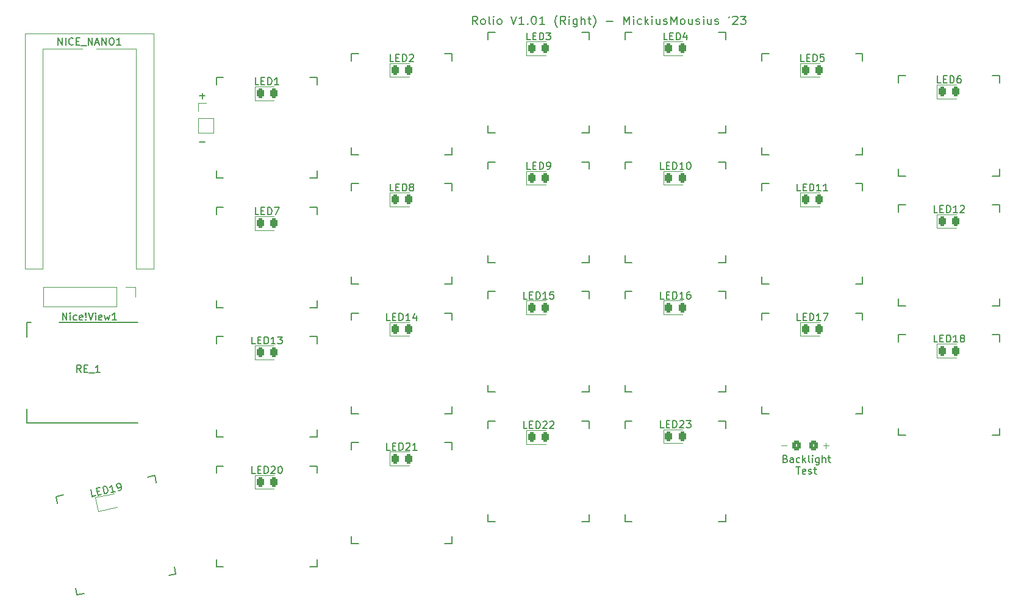
<source format=gto>
%TF.GenerationSoftware,KiCad,Pcbnew,7.0.5-0*%
%TF.CreationDate,2023-09-10T21:20:09+09:30*%
%TF.ProjectId,Rolio,526f6c69-6f2e-46b6-9963-61645f706362,rev?*%
%TF.SameCoordinates,Original*%
%TF.FileFunction,Legend,Top*%
%TF.FilePolarity,Positive*%
%FSLAX46Y46*%
G04 Gerber Fmt 4.6, Leading zero omitted, Abs format (unit mm)*
G04 Created by KiCad (PCBNEW 7.0.5-0) date 2023-09-10 21:20:09*
%MOMM*%
%LPD*%
G01*
G04 APERTURE LIST*
G04 Aperture macros list*
%AMRoundRect*
0 Rectangle with rounded corners*
0 $1 Rounding radius*
0 $2 $3 $4 $5 $6 $7 $8 $9 X,Y pos of 4 corners*
0 Add a 4 corners polygon primitive as box body*
4,1,4,$2,$3,$4,$5,$6,$7,$8,$9,$2,$3,0*
0 Add four circle primitives for the rounded corners*
1,1,$1+$1,$2,$3*
1,1,$1+$1,$4,$5*
1,1,$1+$1,$6,$7*
1,1,$1+$1,$8,$9*
0 Add four rect primitives between the rounded corners*
20,1,$1+$1,$2,$3,$4,$5,0*
20,1,$1+$1,$4,$5,$6,$7,0*
20,1,$1+$1,$6,$7,$8,$9,0*
20,1,$1+$1,$8,$9,$2,$3,0*%
G04 Aperture macros list end*
%ADD10C,0.150000*%
%ADD11C,0.187500*%
%ADD12C,0.100000*%
%ADD13C,0.120000*%
%ADD14C,0.200000*%
%ADD15C,1.701800*%
%ADD16C,3.000000*%
%ADD17C,3.429000*%
%ADD18C,0.990600*%
%ADD19C,4.300000*%
%ADD20RoundRect,0.243750X-0.243750X-0.456250X0.243750X-0.456250X0.243750X0.456250X-0.243750X0.456250X0*%
%ADD21R,1.700000X1.700000*%
%ADD22O,1.700000X1.700000*%
%ADD23C,1.500000*%
%ADD24C,1.600000*%
%ADD25R,1.600000X1.600000*%
%ADD26O,1.600000X1.600000*%
%ADD27R,1.350000X1.350000*%
%ADD28O,1.350000X1.350000*%
%ADD29RoundRect,0.250000X-0.325000X-0.450000X0.325000X-0.450000X0.325000X0.450000X-0.325000X0.450000X0*%
%ADD30RoundRect,0.243750X-0.143564X-0.496958X0.333283X-0.395601X0.143564X0.496958X-0.333283X0.395601X0*%
%ADD31C,0.900000*%
G04 APERTURE END LIST*
D10*
X156099237Y-95780009D02*
X156242094Y-95827628D01*
X156242094Y-95827628D02*
X156289713Y-95875247D01*
X156289713Y-95875247D02*
X156337332Y-95970485D01*
X156337332Y-95970485D02*
X156337332Y-96113342D01*
X156337332Y-96113342D02*
X156289713Y-96208580D01*
X156289713Y-96208580D02*
X156242094Y-96256200D01*
X156242094Y-96256200D02*
X156146856Y-96303819D01*
X156146856Y-96303819D02*
X155765904Y-96303819D01*
X155765904Y-96303819D02*
X155765904Y-95303819D01*
X155765904Y-95303819D02*
X156099237Y-95303819D01*
X156099237Y-95303819D02*
X156194475Y-95351438D01*
X156194475Y-95351438D02*
X156242094Y-95399057D01*
X156242094Y-95399057D02*
X156289713Y-95494295D01*
X156289713Y-95494295D02*
X156289713Y-95589533D01*
X156289713Y-95589533D02*
X156242094Y-95684771D01*
X156242094Y-95684771D02*
X156194475Y-95732390D01*
X156194475Y-95732390D02*
X156099237Y-95780009D01*
X156099237Y-95780009D02*
X155765904Y-95780009D01*
X157194475Y-96303819D02*
X157194475Y-95780009D01*
X157194475Y-95780009D02*
X157146856Y-95684771D01*
X157146856Y-95684771D02*
X157051618Y-95637152D01*
X157051618Y-95637152D02*
X156861142Y-95637152D01*
X156861142Y-95637152D02*
X156765904Y-95684771D01*
X157194475Y-96256200D02*
X157099237Y-96303819D01*
X157099237Y-96303819D02*
X156861142Y-96303819D01*
X156861142Y-96303819D02*
X156765904Y-96256200D01*
X156765904Y-96256200D02*
X156718285Y-96160961D01*
X156718285Y-96160961D02*
X156718285Y-96065723D01*
X156718285Y-96065723D02*
X156765904Y-95970485D01*
X156765904Y-95970485D02*
X156861142Y-95922866D01*
X156861142Y-95922866D02*
X157099237Y-95922866D01*
X157099237Y-95922866D02*
X157194475Y-95875247D01*
X158099237Y-96256200D02*
X158003999Y-96303819D01*
X158003999Y-96303819D02*
X157813523Y-96303819D01*
X157813523Y-96303819D02*
X157718285Y-96256200D01*
X157718285Y-96256200D02*
X157670666Y-96208580D01*
X157670666Y-96208580D02*
X157623047Y-96113342D01*
X157623047Y-96113342D02*
X157623047Y-95827628D01*
X157623047Y-95827628D02*
X157670666Y-95732390D01*
X157670666Y-95732390D02*
X157718285Y-95684771D01*
X157718285Y-95684771D02*
X157813523Y-95637152D01*
X157813523Y-95637152D02*
X158003999Y-95637152D01*
X158003999Y-95637152D02*
X158099237Y-95684771D01*
X158527809Y-96303819D02*
X158527809Y-95303819D01*
X158623047Y-95922866D02*
X158908761Y-96303819D01*
X158908761Y-95637152D02*
X158527809Y-96018104D01*
X159480190Y-96303819D02*
X159384952Y-96256200D01*
X159384952Y-96256200D02*
X159337333Y-96160961D01*
X159337333Y-96160961D02*
X159337333Y-95303819D01*
X159861143Y-96303819D02*
X159861143Y-95637152D01*
X159861143Y-95303819D02*
X159813524Y-95351438D01*
X159813524Y-95351438D02*
X159861143Y-95399057D01*
X159861143Y-95399057D02*
X159908762Y-95351438D01*
X159908762Y-95351438D02*
X159861143Y-95303819D01*
X159861143Y-95303819D02*
X159861143Y-95399057D01*
X160765904Y-95637152D02*
X160765904Y-96446676D01*
X160765904Y-96446676D02*
X160718285Y-96541914D01*
X160718285Y-96541914D02*
X160670666Y-96589533D01*
X160670666Y-96589533D02*
X160575428Y-96637152D01*
X160575428Y-96637152D02*
X160432571Y-96637152D01*
X160432571Y-96637152D02*
X160337333Y-96589533D01*
X160765904Y-96256200D02*
X160670666Y-96303819D01*
X160670666Y-96303819D02*
X160480190Y-96303819D01*
X160480190Y-96303819D02*
X160384952Y-96256200D01*
X160384952Y-96256200D02*
X160337333Y-96208580D01*
X160337333Y-96208580D02*
X160289714Y-96113342D01*
X160289714Y-96113342D02*
X160289714Y-95827628D01*
X160289714Y-95827628D02*
X160337333Y-95732390D01*
X160337333Y-95732390D02*
X160384952Y-95684771D01*
X160384952Y-95684771D02*
X160480190Y-95637152D01*
X160480190Y-95637152D02*
X160670666Y-95637152D01*
X160670666Y-95637152D02*
X160765904Y-95684771D01*
X161242095Y-96303819D02*
X161242095Y-95303819D01*
X161670666Y-96303819D02*
X161670666Y-95780009D01*
X161670666Y-95780009D02*
X161623047Y-95684771D01*
X161623047Y-95684771D02*
X161527809Y-95637152D01*
X161527809Y-95637152D02*
X161384952Y-95637152D01*
X161384952Y-95637152D02*
X161289714Y-95684771D01*
X161289714Y-95684771D02*
X161242095Y-95732390D01*
X162004000Y-95637152D02*
X162384952Y-95637152D01*
X162146857Y-95303819D02*
X162146857Y-96160961D01*
X162146857Y-96160961D02*
X162194476Y-96256200D01*
X162194476Y-96256200D02*
X162289714Y-96303819D01*
X162289714Y-96303819D02*
X162384952Y-96303819D01*
X157599238Y-96913819D02*
X158170666Y-96913819D01*
X157884952Y-97913819D02*
X157884952Y-96913819D01*
X158884952Y-97866200D02*
X158789714Y-97913819D01*
X158789714Y-97913819D02*
X158599238Y-97913819D01*
X158599238Y-97913819D02*
X158504000Y-97866200D01*
X158504000Y-97866200D02*
X158456381Y-97770961D01*
X158456381Y-97770961D02*
X158456381Y-97390009D01*
X158456381Y-97390009D02*
X158504000Y-97294771D01*
X158504000Y-97294771D02*
X158599238Y-97247152D01*
X158599238Y-97247152D02*
X158789714Y-97247152D01*
X158789714Y-97247152D02*
X158884952Y-97294771D01*
X158884952Y-97294771D02*
X158932571Y-97390009D01*
X158932571Y-97390009D02*
X158932571Y-97485247D01*
X158932571Y-97485247D02*
X158456381Y-97580485D01*
X159313524Y-97866200D02*
X159408762Y-97913819D01*
X159408762Y-97913819D02*
X159599238Y-97913819D01*
X159599238Y-97913819D02*
X159694476Y-97866200D01*
X159694476Y-97866200D02*
X159742095Y-97770961D01*
X159742095Y-97770961D02*
X159742095Y-97723342D01*
X159742095Y-97723342D02*
X159694476Y-97628104D01*
X159694476Y-97628104D02*
X159599238Y-97580485D01*
X159599238Y-97580485D02*
X159456381Y-97580485D01*
X159456381Y-97580485D02*
X159361143Y-97532866D01*
X159361143Y-97532866D02*
X159313524Y-97437628D01*
X159313524Y-97437628D02*
X159313524Y-97390009D01*
X159313524Y-97390009D02*
X159361143Y-97294771D01*
X159361143Y-97294771D02*
X159456381Y-97247152D01*
X159456381Y-97247152D02*
X159599238Y-97247152D01*
X159599238Y-97247152D02*
X159694476Y-97294771D01*
X160027810Y-97247152D02*
X160408762Y-97247152D01*
X160170667Y-96913819D02*
X160170667Y-97770961D01*
X160170667Y-97770961D02*
X160218286Y-97866200D01*
X160218286Y-97866200D02*
X160313524Y-97913819D01*
X160313524Y-97913819D02*
X160408762Y-97913819D01*
X74758779Y-45372866D02*
X75520684Y-45372866D01*
X75139731Y-45753819D02*
X75139731Y-44991914D01*
X74758779Y-51812866D02*
X75520684Y-51812866D01*
D11*
X113362783Y-35415630D02*
X112962783Y-34891821D01*
X112677069Y-35415630D02*
X112677069Y-34315630D01*
X112677069Y-34315630D02*
X113134212Y-34315630D01*
X113134212Y-34315630D02*
X113248497Y-34368011D01*
X113248497Y-34368011D02*
X113305640Y-34420392D01*
X113305640Y-34420392D02*
X113362783Y-34525154D01*
X113362783Y-34525154D02*
X113362783Y-34682297D01*
X113362783Y-34682297D02*
X113305640Y-34787059D01*
X113305640Y-34787059D02*
X113248497Y-34839440D01*
X113248497Y-34839440D02*
X113134212Y-34891821D01*
X113134212Y-34891821D02*
X112677069Y-34891821D01*
X114048497Y-35415630D02*
X113934212Y-35363250D01*
X113934212Y-35363250D02*
X113877069Y-35310869D01*
X113877069Y-35310869D02*
X113819926Y-35206107D01*
X113819926Y-35206107D02*
X113819926Y-34891821D01*
X113819926Y-34891821D02*
X113877069Y-34787059D01*
X113877069Y-34787059D02*
X113934212Y-34734678D01*
X113934212Y-34734678D02*
X114048497Y-34682297D01*
X114048497Y-34682297D02*
X114219926Y-34682297D01*
X114219926Y-34682297D02*
X114334212Y-34734678D01*
X114334212Y-34734678D02*
X114391355Y-34787059D01*
X114391355Y-34787059D02*
X114448497Y-34891821D01*
X114448497Y-34891821D02*
X114448497Y-35206107D01*
X114448497Y-35206107D02*
X114391355Y-35310869D01*
X114391355Y-35310869D02*
X114334212Y-35363250D01*
X114334212Y-35363250D02*
X114219926Y-35415630D01*
X114219926Y-35415630D02*
X114048497Y-35415630D01*
X115134211Y-35415630D02*
X115019926Y-35363250D01*
X115019926Y-35363250D02*
X114962783Y-35258488D01*
X114962783Y-35258488D02*
X114962783Y-34315630D01*
X115591354Y-35415630D02*
X115591354Y-34682297D01*
X115591354Y-34315630D02*
X115534211Y-34368011D01*
X115534211Y-34368011D02*
X115591354Y-34420392D01*
X115591354Y-34420392D02*
X115648497Y-34368011D01*
X115648497Y-34368011D02*
X115591354Y-34315630D01*
X115591354Y-34315630D02*
X115591354Y-34420392D01*
X116334211Y-35415630D02*
X116219926Y-35363250D01*
X116219926Y-35363250D02*
X116162783Y-35310869D01*
X116162783Y-35310869D02*
X116105640Y-35206107D01*
X116105640Y-35206107D02*
X116105640Y-34891821D01*
X116105640Y-34891821D02*
X116162783Y-34787059D01*
X116162783Y-34787059D02*
X116219926Y-34734678D01*
X116219926Y-34734678D02*
X116334211Y-34682297D01*
X116334211Y-34682297D02*
X116505640Y-34682297D01*
X116505640Y-34682297D02*
X116619926Y-34734678D01*
X116619926Y-34734678D02*
X116677069Y-34787059D01*
X116677069Y-34787059D02*
X116734211Y-34891821D01*
X116734211Y-34891821D02*
X116734211Y-35206107D01*
X116734211Y-35206107D02*
X116677069Y-35310869D01*
X116677069Y-35310869D02*
X116619926Y-35363250D01*
X116619926Y-35363250D02*
X116505640Y-35415630D01*
X116505640Y-35415630D02*
X116334211Y-35415630D01*
X117991354Y-34315630D02*
X118391354Y-35415630D01*
X118391354Y-35415630D02*
X118791354Y-34315630D01*
X119819925Y-35415630D02*
X119134211Y-35415630D01*
X119477068Y-35415630D02*
X119477068Y-34315630D01*
X119477068Y-34315630D02*
X119362782Y-34472773D01*
X119362782Y-34472773D02*
X119248497Y-34577535D01*
X119248497Y-34577535D02*
X119134211Y-34629916D01*
X120334211Y-35310869D02*
X120391354Y-35363250D01*
X120391354Y-35363250D02*
X120334211Y-35415630D01*
X120334211Y-35415630D02*
X120277068Y-35363250D01*
X120277068Y-35363250D02*
X120334211Y-35310869D01*
X120334211Y-35310869D02*
X120334211Y-35415630D01*
X121134211Y-34315630D02*
X121248497Y-34315630D01*
X121248497Y-34315630D02*
X121362783Y-34368011D01*
X121362783Y-34368011D02*
X121419926Y-34420392D01*
X121419926Y-34420392D02*
X121477068Y-34525154D01*
X121477068Y-34525154D02*
X121534211Y-34734678D01*
X121534211Y-34734678D02*
X121534211Y-34996583D01*
X121534211Y-34996583D02*
X121477068Y-35206107D01*
X121477068Y-35206107D02*
X121419926Y-35310869D01*
X121419926Y-35310869D02*
X121362783Y-35363250D01*
X121362783Y-35363250D02*
X121248497Y-35415630D01*
X121248497Y-35415630D02*
X121134211Y-35415630D01*
X121134211Y-35415630D02*
X121019926Y-35363250D01*
X121019926Y-35363250D02*
X120962783Y-35310869D01*
X120962783Y-35310869D02*
X120905640Y-35206107D01*
X120905640Y-35206107D02*
X120848497Y-34996583D01*
X120848497Y-34996583D02*
X120848497Y-34734678D01*
X120848497Y-34734678D02*
X120905640Y-34525154D01*
X120905640Y-34525154D02*
X120962783Y-34420392D01*
X120962783Y-34420392D02*
X121019926Y-34368011D01*
X121019926Y-34368011D02*
X121134211Y-34315630D01*
X122677068Y-35415630D02*
X121991354Y-35415630D01*
X122334211Y-35415630D02*
X122334211Y-34315630D01*
X122334211Y-34315630D02*
X122219925Y-34472773D01*
X122219925Y-34472773D02*
X122105640Y-34577535D01*
X122105640Y-34577535D02*
X121991354Y-34629916D01*
X124448497Y-35834678D02*
X124391354Y-35782297D01*
X124391354Y-35782297D02*
X124277068Y-35625154D01*
X124277068Y-35625154D02*
X124219926Y-35520392D01*
X124219926Y-35520392D02*
X124162783Y-35363250D01*
X124162783Y-35363250D02*
X124105640Y-35101345D01*
X124105640Y-35101345D02*
X124105640Y-34891821D01*
X124105640Y-34891821D02*
X124162783Y-34629916D01*
X124162783Y-34629916D02*
X124219926Y-34472773D01*
X124219926Y-34472773D02*
X124277068Y-34368011D01*
X124277068Y-34368011D02*
X124391354Y-34210869D01*
X124391354Y-34210869D02*
X124448497Y-34158488D01*
X125591354Y-35415630D02*
X125191354Y-34891821D01*
X124905640Y-35415630D02*
X124905640Y-34315630D01*
X124905640Y-34315630D02*
X125362783Y-34315630D01*
X125362783Y-34315630D02*
X125477068Y-34368011D01*
X125477068Y-34368011D02*
X125534211Y-34420392D01*
X125534211Y-34420392D02*
X125591354Y-34525154D01*
X125591354Y-34525154D02*
X125591354Y-34682297D01*
X125591354Y-34682297D02*
X125534211Y-34787059D01*
X125534211Y-34787059D02*
X125477068Y-34839440D01*
X125477068Y-34839440D02*
X125362783Y-34891821D01*
X125362783Y-34891821D02*
X124905640Y-34891821D01*
X126105640Y-35415630D02*
X126105640Y-34682297D01*
X126105640Y-34315630D02*
X126048497Y-34368011D01*
X126048497Y-34368011D02*
X126105640Y-34420392D01*
X126105640Y-34420392D02*
X126162783Y-34368011D01*
X126162783Y-34368011D02*
X126105640Y-34315630D01*
X126105640Y-34315630D02*
X126105640Y-34420392D01*
X127191355Y-34682297D02*
X127191355Y-35572773D01*
X127191355Y-35572773D02*
X127134212Y-35677535D01*
X127134212Y-35677535D02*
X127077069Y-35729916D01*
X127077069Y-35729916D02*
X126962783Y-35782297D01*
X126962783Y-35782297D02*
X126791355Y-35782297D01*
X126791355Y-35782297D02*
X126677069Y-35729916D01*
X127191355Y-35363250D02*
X127077069Y-35415630D01*
X127077069Y-35415630D02*
X126848497Y-35415630D01*
X126848497Y-35415630D02*
X126734212Y-35363250D01*
X126734212Y-35363250D02*
X126677069Y-35310869D01*
X126677069Y-35310869D02*
X126619926Y-35206107D01*
X126619926Y-35206107D02*
X126619926Y-34891821D01*
X126619926Y-34891821D02*
X126677069Y-34787059D01*
X126677069Y-34787059D02*
X126734212Y-34734678D01*
X126734212Y-34734678D02*
X126848497Y-34682297D01*
X126848497Y-34682297D02*
X127077069Y-34682297D01*
X127077069Y-34682297D02*
X127191355Y-34734678D01*
X127762783Y-35415630D02*
X127762783Y-34315630D01*
X128277069Y-35415630D02*
X128277069Y-34839440D01*
X128277069Y-34839440D02*
X128219926Y-34734678D01*
X128219926Y-34734678D02*
X128105640Y-34682297D01*
X128105640Y-34682297D02*
X127934211Y-34682297D01*
X127934211Y-34682297D02*
X127819926Y-34734678D01*
X127819926Y-34734678D02*
X127762783Y-34787059D01*
X128677068Y-34682297D02*
X129134211Y-34682297D01*
X128848497Y-34315630D02*
X128848497Y-35258488D01*
X128848497Y-35258488D02*
X128905640Y-35363250D01*
X128905640Y-35363250D02*
X129019925Y-35415630D01*
X129019925Y-35415630D02*
X129134211Y-35415630D01*
X129419925Y-35834678D02*
X129477068Y-35782297D01*
X129477068Y-35782297D02*
X129591354Y-35625154D01*
X129591354Y-35625154D02*
X129648497Y-35520392D01*
X129648497Y-35520392D02*
X129705639Y-35363250D01*
X129705639Y-35363250D02*
X129762782Y-35101345D01*
X129762782Y-35101345D02*
X129762782Y-34891821D01*
X129762782Y-34891821D02*
X129705639Y-34629916D01*
X129705639Y-34629916D02*
X129648497Y-34472773D01*
X129648497Y-34472773D02*
X129591354Y-34368011D01*
X129591354Y-34368011D02*
X129477068Y-34210869D01*
X129477068Y-34210869D02*
X129419925Y-34158488D01*
X131248497Y-34996583D02*
X132162783Y-34996583D01*
X133648497Y-35415630D02*
X133648497Y-34315630D01*
X133648497Y-34315630D02*
X134048497Y-35101345D01*
X134048497Y-35101345D02*
X134448497Y-34315630D01*
X134448497Y-34315630D02*
X134448497Y-35415630D01*
X135019926Y-35415630D02*
X135019926Y-34682297D01*
X135019926Y-34315630D02*
X134962783Y-34368011D01*
X134962783Y-34368011D02*
X135019926Y-34420392D01*
X135019926Y-34420392D02*
X135077069Y-34368011D01*
X135077069Y-34368011D02*
X135019926Y-34315630D01*
X135019926Y-34315630D02*
X135019926Y-34420392D01*
X136105641Y-35363250D02*
X135991355Y-35415630D01*
X135991355Y-35415630D02*
X135762783Y-35415630D01*
X135762783Y-35415630D02*
X135648498Y-35363250D01*
X135648498Y-35363250D02*
X135591355Y-35310869D01*
X135591355Y-35310869D02*
X135534212Y-35206107D01*
X135534212Y-35206107D02*
X135534212Y-34891821D01*
X135534212Y-34891821D02*
X135591355Y-34787059D01*
X135591355Y-34787059D02*
X135648498Y-34734678D01*
X135648498Y-34734678D02*
X135762783Y-34682297D01*
X135762783Y-34682297D02*
X135991355Y-34682297D01*
X135991355Y-34682297D02*
X136105641Y-34734678D01*
X136619926Y-35415630D02*
X136619926Y-34315630D01*
X136734212Y-34996583D02*
X137077069Y-35415630D01*
X137077069Y-34682297D02*
X136619926Y-35101345D01*
X137591355Y-35415630D02*
X137591355Y-34682297D01*
X137591355Y-34315630D02*
X137534212Y-34368011D01*
X137534212Y-34368011D02*
X137591355Y-34420392D01*
X137591355Y-34420392D02*
X137648498Y-34368011D01*
X137648498Y-34368011D02*
X137591355Y-34315630D01*
X137591355Y-34315630D02*
X137591355Y-34420392D01*
X138677070Y-34682297D02*
X138677070Y-35415630D01*
X138162784Y-34682297D02*
X138162784Y-35258488D01*
X138162784Y-35258488D02*
X138219927Y-35363250D01*
X138219927Y-35363250D02*
X138334212Y-35415630D01*
X138334212Y-35415630D02*
X138505641Y-35415630D01*
X138505641Y-35415630D02*
X138619927Y-35363250D01*
X138619927Y-35363250D02*
X138677070Y-35310869D01*
X139191355Y-35363250D02*
X139305641Y-35415630D01*
X139305641Y-35415630D02*
X139534212Y-35415630D01*
X139534212Y-35415630D02*
X139648498Y-35363250D01*
X139648498Y-35363250D02*
X139705641Y-35258488D01*
X139705641Y-35258488D02*
X139705641Y-35206107D01*
X139705641Y-35206107D02*
X139648498Y-35101345D01*
X139648498Y-35101345D02*
X139534212Y-35048964D01*
X139534212Y-35048964D02*
X139362784Y-35048964D01*
X139362784Y-35048964D02*
X139248498Y-34996583D01*
X139248498Y-34996583D02*
X139191355Y-34891821D01*
X139191355Y-34891821D02*
X139191355Y-34839440D01*
X139191355Y-34839440D02*
X139248498Y-34734678D01*
X139248498Y-34734678D02*
X139362784Y-34682297D01*
X139362784Y-34682297D02*
X139534212Y-34682297D01*
X139534212Y-34682297D02*
X139648498Y-34734678D01*
X140219927Y-35415630D02*
X140219927Y-34315630D01*
X140219927Y-34315630D02*
X140619927Y-35101345D01*
X140619927Y-35101345D02*
X141019927Y-34315630D01*
X141019927Y-34315630D02*
X141019927Y-35415630D01*
X141762784Y-35415630D02*
X141648499Y-35363250D01*
X141648499Y-35363250D02*
X141591356Y-35310869D01*
X141591356Y-35310869D02*
X141534213Y-35206107D01*
X141534213Y-35206107D02*
X141534213Y-34891821D01*
X141534213Y-34891821D02*
X141591356Y-34787059D01*
X141591356Y-34787059D02*
X141648499Y-34734678D01*
X141648499Y-34734678D02*
X141762784Y-34682297D01*
X141762784Y-34682297D02*
X141934213Y-34682297D01*
X141934213Y-34682297D02*
X142048499Y-34734678D01*
X142048499Y-34734678D02*
X142105642Y-34787059D01*
X142105642Y-34787059D02*
X142162784Y-34891821D01*
X142162784Y-34891821D02*
X142162784Y-35206107D01*
X142162784Y-35206107D02*
X142105642Y-35310869D01*
X142105642Y-35310869D02*
X142048499Y-35363250D01*
X142048499Y-35363250D02*
X141934213Y-35415630D01*
X141934213Y-35415630D02*
X141762784Y-35415630D01*
X143191356Y-34682297D02*
X143191356Y-35415630D01*
X142677070Y-34682297D02*
X142677070Y-35258488D01*
X142677070Y-35258488D02*
X142734213Y-35363250D01*
X142734213Y-35363250D02*
X142848498Y-35415630D01*
X142848498Y-35415630D02*
X143019927Y-35415630D01*
X143019927Y-35415630D02*
X143134213Y-35363250D01*
X143134213Y-35363250D02*
X143191356Y-35310869D01*
X143705641Y-35363250D02*
X143819927Y-35415630D01*
X143819927Y-35415630D02*
X144048498Y-35415630D01*
X144048498Y-35415630D02*
X144162784Y-35363250D01*
X144162784Y-35363250D02*
X144219927Y-35258488D01*
X144219927Y-35258488D02*
X144219927Y-35206107D01*
X144219927Y-35206107D02*
X144162784Y-35101345D01*
X144162784Y-35101345D02*
X144048498Y-35048964D01*
X144048498Y-35048964D02*
X143877070Y-35048964D01*
X143877070Y-35048964D02*
X143762784Y-34996583D01*
X143762784Y-34996583D02*
X143705641Y-34891821D01*
X143705641Y-34891821D02*
X143705641Y-34839440D01*
X143705641Y-34839440D02*
X143762784Y-34734678D01*
X143762784Y-34734678D02*
X143877070Y-34682297D01*
X143877070Y-34682297D02*
X144048498Y-34682297D01*
X144048498Y-34682297D02*
X144162784Y-34734678D01*
X144734213Y-35415630D02*
X144734213Y-34682297D01*
X144734213Y-34315630D02*
X144677070Y-34368011D01*
X144677070Y-34368011D02*
X144734213Y-34420392D01*
X144734213Y-34420392D02*
X144791356Y-34368011D01*
X144791356Y-34368011D02*
X144734213Y-34315630D01*
X144734213Y-34315630D02*
X144734213Y-34420392D01*
X145819928Y-34682297D02*
X145819928Y-35415630D01*
X145305642Y-34682297D02*
X145305642Y-35258488D01*
X145305642Y-35258488D02*
X145362785Y-35363250D01*
X145362785Y-35363250D02*
X145477070Y-35415630D01*
X145477070Y-35415630D02*
X145648499Y-35415630D01*
X145648499Y-35415630D02*
X145762785Y-35363250D01*
X145762785Y-35363250D02*
X145819928Y-35310869D01*
X146334213Y-35363250D02*
X146448499Y-35415630D01*
X146448499Y-35415630D02*
X146677070Y-35415630D01*
X146677070Y-35415630D02*
X146791356Y-35363250D01*
X146791356Y-35363250D02*
X146848499Y-35258488D01*
X146848499Y-35258488D02*
X146848499Y-35206107D01*
X146848499Y-35206107D02*
X146791356Y-35101345D01*
X146791356Y-35101345D02*
X146677070Y-35048964D01*
X146677070Y-35048964D02*
X146505642Y-35048964D01*
X146505642Y-35048964D02*
X146391356Y-34996583D01*
X146391356Y-34996583D02*
X146334213Y-34891821D01*
X146334213Y-34891821D02*
X146334213Y-34839440D01*
X146334213Y-34839440D02*
X146391356Y-34734678D01*
X146391356Y-34734678D02*
X146505642Y-34682297D01*
X146505642Y-34682297D02*
X146677070Y-34682297D01*
X146677070Y-34682297D02*
X146791356Y-34734678D01*
X148334214Y-34315630D02*
X148219928Y-34525154D01*
X148791357Y-34420392D02*
X148848500Y-34368011D01*
X148848500Y-34368011D02*
X148962786Y-34315630D01*
X148962786Y-34315630D02*
X149248500Y-34315630D01*
X149248500Y-34315630D02*
X149362786Y-34368011D01*
X149362786Y-34368011D02*
X149419928Y-34420392D01*
X149419928Y-34420392D02*
X149477071Y-34525154D01*
X149477071Y-34525154D02*
X149477071Y-34629916D01*
X149477071Y-34629916D02*
X149419928Y-34787059D01*
X149419928Y-34787059D02*
X148734214Y-35415630D01*
X148734214Y-35415630D02*
X149477071Y-35415630D01*
X149877071Y-34315630D02*
X150619928Y-34315630D01*
X150619928Y-34315630D02*
X150219928Y-34734678D01*
X150219928Y-34734678D02*
X150391357Y-34734678D01*
X150391357Y-34734678D02*
X150505643Y-34787059D01*
X150505643Y-34787059D02*
X150562785Y-34839440D01*
X150562785Y-34839440D02*
X150619928Y-34944202D01*
X150619928Y-34944202D02*
X150619928Y-35206107D01*
X150619928Y-35206107D02*
X150562785Y-35310869D01*
X150562785Y-35310869D02*
X150505643Y-35363250D01*
X150505643Y-35363250D02*
X150391357Y-35415630D01*
X150391357Y-35415630D02*
X150048500Y-35415630D01*
X150048500Y-35415630D02*
X149934214Y-35363250D01*
X149934214Y-35363250D02*
X149877071Y-35310869D01*
D10*
X120720952Y-37579819D02*
X120244762Y-37579819D01*
X120244762Y-37579819D02*
X120244762Y-36579819D01*
X121054286Y-37056009D02*
X121387619Y-37056009D01*
X121530476Y-37579819D02*
X121054286Y-37579819D01*
X121054286Y-37579819D02*
X121054286Y-36579819D01*
X121054286Y-36579819D02*
X121530476Y-36579819D01*
X121959048Y-37579819D02*
X121959048Y-36579819D01*
X121959048Y-36579819D02*
X122197143Y-36579819D01*
X122197143Y-36579819D02*
X122340000Y-36627438D01*
X122340000Y-36627438D02*
X122435238Y-36722676D01*
X122435238Y-36722676D02*
X122482857Y-36817914D01*
X122482857Y-36817914D02*
X122530476Y-37008390D01*
X122530476Y-37008390D02*
X122530476Y-37151247D01*
X122530476Y-37151247D02*
X122482857Y-37341723D01*
X122482857Y-37341723D02*
X122435238Y-37436961D01*
X122435238Y-37436961D02*
X122340000Y-37532200D01*
X122340000Y-37532200D02*
X122197143Y-37579819D01*
X122197143Y-37579819D02*
X121959048Y-37579819D01*
X122863810Y-36579819D02*
X123482857Y-36579819D01*
X123482857Y-36579819D02*
X123149524Y-36960771D01*
X123149524Y-36960771D02*
X123292381Y-36960771D01*
X123292381Y-36960771D02*
X123387619Y-37008390D01*
X123387619Y-37008390D02*
X123435238Y-37056009D01*
X123435238Y-37056009D02*
X123482857Y-37151247D01*
X123482857Y-37151247D02*
X123482857Y-37389342D01*
X123482857Y-37389342D02*
X123435238Y-37484580D01*
X123435238Y-37484580D02*
X123387619Y-37532200D01*
X123387619Y-37532200D02*
X123292381Y-37579819D01*
X123292381Y-37579819D02*
X123006667Y-37579819D01*
X123006667Y-37579819D02*
X122911429Y-37532200D01*
X122911429Y-37532200D02*
X122863810Y-37484580D01*
X120244761Y-73579819D02*
X119768571Y-73579819D01*
X119768571Y-73579819D02*
X119768571Y-72579819D01*
X120578095Y-73056009D02*
X120911428Y-73056009D01*
X121054285Y-73579819D02*
X120578095Y-73579819D01*
X120578095Y-73579819D02*
X120578095Y-72579819D01*
X120578095Y-72579819D02*
X121054285Y-72579819D01*
X121482857Y-73579819D02*
X121482857Y-72579819D01*
X121482857Y-72579819D02*
X121720952Y-72579819D01*
X121720952Y-72579819D02*
X121863809Y-72627438D01*
X121863809Y-72627438D02*
X121959047Y-72722676D01*
X121959047Y-72722676D02*
X122006666Y-72817914D01*
X122006666Y-72817914D02*
X122054285Y-73008390D01*
X122054285Y-73008390D02*
X122054285Y-73151247D01*
X122054285Y-73151247D02*
X122006666Y-73341723D01*
X122006666Y-73341723D02*
X121959047Y-73436961D01*
X121959047Y-73436961D02*
X121863809Y-73532200D01*
X121863809Y-73532200D02*
X121720952Y-73579819D01*
X121720952Y-73579819D02*
X121482857Y-73579819D01*
X123006666Y-73579819D02*
X122435238Y-73579819D01*
X122720952Y-73579819D02*
X122720952Y-72579819D01*
X122720952Y-72579819D02*
X122625714Y-72722676D01*
X122625714Y-72722676D02*
X122530476Y-72817914D01*
X122530476Y-72817914D02*
X122435238Y-72865533D01*
X123911428Y-72579819D02*
X123435238Y-72579819D01*
X123435238Y-72579819D02*
X123387619Y-73056009D01*
X123387619Y-73056009D02*
X123435238Y-73008390D01*
X123435238Y-73008390D02*
X123530476Y-72960771D01*
X123530476Y-72960771D02*
X123768571Y-72960771D01*
X123768571Y-72960771D02*
X123863809Y-73008390D01*
X123863809Y-73008390D02*
X123911428Y-73056009D01*
X123911428Y-73056009D02*
X123959047Y-73151247D01*
X123959047Y-73151247D02*
X123959047Y-73389342D01*
X123959047Y-73389342D02*
X123911428Y-73484580D01*
X123911428Y-73484580D02*
X123863809Y-73532200D01*
X123863809Y-73532200D02*
X123768571Y-73579819D01*
X123768571Y-73579819D02*
X123530476Y-73579819D01*
X123530476Y-73579819D02*
X123435238Y-73532200D01*
X123435238Y-73532200D02*
X123387619Y-73484580D01*
X55758215Y-76524819D02*
X55758215Y-75524819D01*
X55758215Y-75524819D02*
X56329643Y-76524819D01*
X56329643Y-76524819D02*
X56329643Y-75524819D01*
X56805834Y-76524819D02*
X56805834Y-75858152D01*
X56805834Y-75524819D02*
X56758215Y-75572438D01*
X56758215Y-75572438D02*
X56805834Y-75620057D01*
X56805834Y-75620057D02*
X56853453Y-75572438D01*
X56853453Y-75572438D02*
X56805834Y-75524819D01*
X56805834Y-75524819D02*
X56805834Y-75620057D01*
X57710595Y-76477200D02*
X57615357Y-76524819D01*
X57615357Y-76524819D02*
X57424881Y-76524819D01*
X57424881Y-76524819D02*
X57329643Y-76477200D01*
X57329643Y-76477200D02*
X57282024Y-76429580D01*
X57282024Y-76429580D02*
X57234405Y-76334342D01*
X57234405Y-76334342D02*
X57234405Y-76048628D01*
X57234405Y-76048628D02*
X57282024Y-75953390D01*
X57282024Y-75953390D02*
X57329643Y-75905771D01*
X57329643Y-75905771D02*
X57424881Y-75858152D01*
X57424881Y-75858152D02*
X57615357Y-75858152D01*
X57615357Y-75858152D02*
X57710595Y-75905771D01*
X58520119Y-76477200D02*
X58424881Y-76524819D01*
X58424881Y-76524819D02*
X58234405Y-76524819D01*
X58234405Y-76524819D02*
X58139167Y-76477200D01*
X58139167Y-76477200D02*
X58091548Y-76381961D01*
X58091548Y-76381961D02*
X58091548Y-76001009D01*
X58091548Y-76001009D02*
X58139167Y-75905771D01*
X58139167Y-75905771D02*
X58234405Y-75858152D01*
X58234405Y-75858152D02*
X58424881Y-75858152D01*
X58424881Y-75858152D02*
X58520119Y-75905771D01*
X58520119Y-75905771D02*
X58567738Y-76001009D01*
X58567738Y-76001009D02*
X58567738Y-76096247D01*
X58567738Y-76096247D02*
X58091548Y-76191485D01*
X58996310Y-76429580D02*
X59043929Y-76477200D01*
X59043929Y-76477200D02*
X58996310Y-76524819D01*
X58996310Y-76524819D02*
X58948691Y-76477200D01*
X58948691Y-76477200D02*
X58996310Y-76429580D01*
X58996310Y-76429580D02*
X58996310Y-76524819D01*
X58996310Y-76143866D02*
X58948691Y-75572438D01*
X58948691Y-75572438D02*
X58996310Y-75524819D01*
X58996310Y-75524819D02*
X59043929Y-75572438D01*
X59043929Y-75572438D02*
X58996310Y-76143866D01*
X58996310Y-76143866D02*
X58996310Y-75524819D01*
X59329643Y-75524819D02*
X59662976Y-76524819D01*
X59662976Y-76524819D02*
X59996309Y-75524819D01*
X60329643Y-76524819D02*
X60329643Y-75858152D01*
X60329643Y-75524819D02*
X60282024Y-75572438D01*
X60282024Y-75572438D02*
X60329643Y-75620057D01*
X60329643Y-75620057D02*
X60377262Y-75572438D01*
X60377262Y-75572438D02*
X60329643Y-75524819D01*
X60329643Y-75524819D02*
X60329643Y-75620057D01*
X61186785Y-76477200D02*
X61091547Y-76524819D01*
X61091547Y-76524819D02*
X60901071Y-76524819D01*
X60901071Y-76524819D02*
X60805833Y-76477200D01*
X60805833Y-76477200D02*
X60758214Y-76381961D01*
X60758214Y-76381961D02*
X60758214Y-76001009D01*
X60758214Y-76001009D02*
X60805833Y-75905771D01*
X60805833Y-75905771D02*
X60901071Y-75858152D01*
X60901071Y-75858152D02*
X61091547Y-75858152D01*
X61091547Y-75858152D02*
X61186785Y-75905771D01*
X61186785Y-75905771D02*
X61234404Y-76001009D01*
X61234404Y-76001009D02*
X61234404Y-76096247D01*
X61234404Y-76096247D02*
X60758214Y-76191485D01*
X61567738Y-75858152D02*
X61758214Y-76524819D01*
X61758214Y-76524819D02*
X61948690Y-76048628D01*
X61948690Y-76048628D02*
X62139166Y-76524819D01*
X62139166Y-76524819D02*
X62329642Y-75858152D01*
X63234404Y-76524819D02*
X62662976Y-76524819D01*
X62948690Y-76524819D02*
X62948690Y-75524819D01*
X62948690Y-75524819D02*
X62853452Y-75667676D01*
X62853452Y-75667676D02*
X62758214Y-75762914D01*
X62758214Y-75762914D02*
X62662976Y-75810533D01*
X139720952Y-37579819D02*
X139244762Y-37579819D01*
X139244762Y-37579819D02*
X139244762Y-36579819D01*
X140054286Y-37056009D02*
X140387619Y-37056009D01*
X140530476Y-37579819D02*
X140054286Y-37579819D01*
X140054286Y-37579819D02*
X140054286Y-36579819D01*
X140054286Y-36579819D02*
X140530476Y-36579819D01*
X140959048Y-37579819D02*
X140959048Y-36579819D01*
X140959048Y-36579819D02*
X141197143Y-36579819D01*
X141197143Y-36579819D02*
X141340000Y-36627438D01*
X141340000Y-36627438D02*
X141435238Y-36722676D01*
X141435238Y-36722676D02*
X141482857Y-36817914D01*
X141482857Y-36817914D02*
X141530476Y-37008390D01*
X141530476Y-37008390D02*
X141530476Y-37151247D01*
X141530476Y-37151247D02*
X141482857Y-37341723D01*
X141482857Y-37341723D02*
X141435238Y-37436961D01*
X141435238Y-37436961D02*
X141340000Y-37532200D01*
X141340000Y-37532200D02*
X141197143Y-37579819D01*
X141197143Y-37579819D02*
X140959048Y-37579819D01*
X142387619Y-36913152D02*
X142387619Y-37579819D01*
X142149524Y-36532200D02*
X141911429Y-37246485D01*
X141911429Y-37246485D02*
X142530476Y-37246485D01*
X83000952Y-43829819D02*
X82524762Y-43829819D01*
X82524762Y-43829819D02*
X82524762Y-42829819D01*
X83334286Y-43306009D02*
X83667619Y-43306009D01*
X83810476Y-43829819D02*
X83334286Y-43829819D01*
X83334286Y-43829819D02*
X83334286Y-42829819D01*
X83334286Y-42829819D02*
X83810476Y-42829819D01*
X84239048Y-43829819D02*
X84239048Y-42829819D01*
X84239048Y-42829819D02*
X84477143Y-42829819D01*
X84477143Y-42829819D02*
X84620000Y-42877438D01*
X84620000Y-42877438D02*
X84715238Y-42972676D01*
X84715238Y-42972676D02*
X84762857Y-43067914D01*
X84762857Y-43067914D02*
X84810476Y-43258390D01*
X84810476Y-43258390D02*
X84810476Y-43401247D01*
X84810476Y-43401247D02*
X84762857Y-43591723D01*
X84762857Y-43591723D02*
X84715238Y-43686961D01*
X84715238Y-43686961D02*
X84620000Y-43782200D01*
X84620000Y-43782200D02*
X84477143Y-43829819D01*
X84477143Y-43829819D02*
X84239048Y-43829819D01*
X85762857Y-43829819D02*
X85191429Y-43829819D01*
X85477143Y-43829819D02*
X85477143Y-42829819D01*
X85477143Y-42829819D02*
X85381905Y-42972676D01*
X85381905Y-42972676D02*
X85286667Y-43067914D01*
X85286667Y-43067914D02*
X85191429Y-43115533D01*
X58322499Y-83784819D02*
X57989166Y-83308628D01*
X57751071Y-83784819D02*
X57751071Y-82784819D01*
X57751071Y-82784819D02*
X58132023Y-82784819D01*
X58132023Y-82784819D02*
X58227261Y-82832438D01*
X58227261Y-82832438D02*
X58274880Y-82880057D01*
X58274880Y-82880057D02*
X58322499Y-82975295D01*
X58322499Y-82975295D02*
X58322499Y-83118152D01*
X58322499Y-83118152D02*
X58274880Y-83213390D01*
X58274880Y-83213390D02*
X58227261Y-83261009D01*
X58227261Y-83261009D02*
X58132023Y-83308628D01*
X58132023Y-83308628D02*
X57751071Y-83308628D01*
X58751071Y-83261009D02*
X59084404Y-83261009D01*
X59227261Y-83784819D02*
X58751071Y-83784819D01*
X58751071Y-83784819D02*
X58751071Y-82784819D01*
X58751071Y-82784819D02*
X59227261Y-82784819D01*
X59417738Y-83880057D02*
X60179642Y-83880057D01*
X60941547Y-83784819D02*
X60370119Y-83784819D01*
X60655833Y-83784819D02*
X60655833Y-82784819D01*
X60655833Y-82784819D02*
X60560595Y-82927676D01*
X60560595Y-82927676D02*
X60465357Y-83022914D01*
X60465357Y-83022914D02*
X60370119Y-83070533D01*
X82524761Y-79829819D02*
X82048571Y-79829819D01*
X82048571Y-79829819D02*
X82048571Y-78829819D01*
X82858095Y-79306009D02*
X83191428Y-79306009D01*
X83334285Y-79829819D02*
X82858095Y-79829819D01*
X82858095Y-79829819D02*
X82858095Y-78829819D01*
X82858095Y-78829819D02*
X83334285Y-78829819D01*
X83762857Y-79829819D02*
X83762857Y-78829819D01*
X83762857Y-78829819D02*
X84000952Y-78829819D01*
X84000952Y-78829819D02*
X84143809Y-78877438D01*
X84143809Y-78877438D02*
X84239047Y-78972676D01*
X84239047Y-78972676D02*
X84286666Y-79067914D01*
X84286666Y-79067914D02*
X84334285Y-79258390D01*
X84334285Y-79258390D02*
X84334285Y-79401247D01*
X84334285Y-79401247D02*
X84286666Y-79591723D01*
X84286666Y-79591723D02*
X84239047Y-79686961D01*
X84239047Y-79686961D02*
X84143809Y-79782200D01*
X84143809Y-79782200D02*
X84000952Y-79829819D01*
X84000952Y-79829819D02*
X83762857Y-79829819D01*
X85286666Y-79829819D02*
X84715238Y-79829819D01*
X85000952Y-79829819D02*
X85000952Y-78829819D01*
X85000952Y-78829819D02*
X84905714Y-78972676D01*
X84905714Y-78972676D02*
X84810476Y-79067914D01*
X84810476Y-79067914D02*
X84715238Y-79115533D01*
X85620000Y-78829819D02*
X86239047Y-78829819D01*
X86239047Y-78829819D02*
X85905714Y-79210771D01*
X85905714Y-79210771D02*
X86048571Y-79210771D01*
X86048571Y-79210771D02*
X86143809Y-79258390D01*
X86143809Y-79258390D02*
X86191428Y-79306009D01*
X86191428Y-79306009D02*
X86239047Y-79401247D01*
X86239047Y-79401247D02*
X86239047Y-79639342D01*
X86239047Y-79639342D02*
X86191428Y-79734580D01*
X86191428Y-79734580D02*
X86143809Y-79782200D01*
X86143809Y-79782200D02*
X86048571Y-79829819D01*
X86048571Y-79829819D02*
X85762857Y-79829819D01*
X85762857Y-79829819D02*
X85667619Y-79782200D01*
X85667619Y-79782200D02*
X85620000Y-79734580D01*
X139244761Y-91479819D02*
X138768571Y-91479819D01*
X138768571Y-91479819D02*
X138768571Y-90479819D01*
X139578095Y-90956009D02*
X139911428Y-90956009D01*
X140054285Y-91479819D02*
X139578095Y-91479819D01*
X139578095Y-91479819D02*
X139578095Y-90479819D01*
X139578095Y-90479819D02*
X140054285Y-90479819D01*
X140482857Y-91479819D02*
X140482857Y-90479819D01*
X140482857Y-90479819D02*
X140720952Y-90479819D01*
X140720952Y-90479819D02*
X140863809Y-90527438D01*
X140863809Y-90527438D02*
X140959047Y-90622676D01*
X140959047Y-90622676D02*
X141006666Y-90717914D01*
X141006666Y-90717914D02*
X141054285Y-90908390D01*
X141054285Y-90908390D02*
X141054285Y-91051247D01*
X141054285Y-91051247D02*
X141006666Y-91241723D01*
X141006666Y-91241723D02*
X140959047Y-91336961D01*
X140959047Y-91336961D02*
X140863809Y-91432200D01*
X140863809Y-91432200D02*
X140720952Y-91479819D01*
X140720952Y-91479819D02*
X140482857Y-91479819D01*
X141435238Y-90575057D02*
X141482857Y-90527438D01*
X141482857Y-90527438D02*
X141578095Y-90479819D01*
X141578095Y-90479819D02*
X141816190Y-90479819D01*
X141816190Y-90479819D02*
X141911428Y-90527438D01*
X141911428Y-90527438D02*
X141959047Y-90575057D01*
X141959047Y-90575057D02*
X142006666Y-90670295D01*
X142006666Y-90670295D02*
X142006666Y-90765533D01*
X142006666Y-90765533D02*
X141959047Y-90908390D01*
X141959047Y-90908390D02*
X141387619Y-91479819D01*
X141387619Y-91479819D02*
X142006666Y-91479819D01*
X142340000Y-90479819D02*
X142959047Y-90479819D01*
X142959047Y-90479819D02*
X142625714Y-90860771D01*
X142625714Y-90860771D02*
X142768571Y-90860771D01*
X142768571Y-90860771D02*
X142863809Y-90908390D01*
X142863809Y-90908390D02*
X142911428Y-90956009D01*
X142911428Y-90956009D02*
X142959047Y-91051247D01*
X142959047Y-91051247D02*
X142959047Y-91289342D01*
X142959047Y-91289342D02*
X142911428Y-91384580D01*
X142911428Y-91384580D02*
X142863809Y-91432200D01*
X142863809Y-91432200D02*
X142768571Y-91479819D01*
X142768571Y-91479819D02*
X142482857Y-91479819D01*
X142482857Y-91479819D02*
X142387619Y-91432200D01*
X142387619Y-91432200D02*
X142340000Y-91384580D01*
X139244761Y-55579819D02*
X138768571Y-55579819D01*
X138768571Y-55579819D02*
X138768571Y-54579819D01*
X139578095Y-55056009D02*
X139911428Y-55056009D01*
X140054285Y-55579819D02*
X139578095Y-55579819D01*
X139578095Y-55579819D02*
X139578095Y-54579819D01*
X139578095Y-54579819D02*
X140054285Y-54579819D01*
X140482857Y-55579819D02*
X140482857Y-54579819D01*
X140482857Y-54579819D02*
X140720952Y-54579819D01*
X140720952Y-54579819D02*
X140863809Y-54627438D01*
X140863809Y-54627438D02*
X140959047Y-54722676D01*
X140959047Y-54722676D02*
X141006666Y-54817914D01*
X141006666Y-54817914D02*
X141054285Y-55008390D01*
X141054285Y-55008390D02*
X141054285Y-55151247D01*
X141054285Y-55151247D02*
X141006666Y-55341723D01*
X141006666Y-55341723D02*
X140959047Y-55436961D01*
X140959047Y-55436961D02*
X140863809Y-55532200D01*
X140863809Y-55532200D02*
X140720952Y-55579819D01*
X140720952Y-55579819D02*
X140482857Y-55579819D01*
X142006666Y-55579819D02*
X141435238Y-55579819D01*
X141720952Y-55579819D02*
X141720952Y-54579819D01*
X141720952Y-54579819D02*
X141625714Y-54722676D01*
X141625714Y-54722676D02*
X141530476Y-54817914D01*
X141530476Y-54817914D02*
X141435238Y-54865533D01*
X142625714Y-54579819D02*
X142720952Y-54579819D01*
X142720952Y-54579819D02*
X142816190Y-54627438D01*
X142816190Y-54627438D02*
X142863809Y-54675057D01*
X142863809Y-54675057D02*
X142911428Y-54770295D01*
X142911428Y-54770295D02*
X142959047Y-54960771D01*
X142959047Y-54960771D02*
X142959047Y-55198866D01*
X142959047Y-55198866D02*
X142911428Y-55389342D01*
X142911428Y-55389342D02*
X142863809Y-55484580D01*
X142863809Y-55484580D02*
X142816190Y-55532200D01*
X142816190Y-55532200D02*
X142720952Y-55579819D01*
X142720952Y-55579819D02*
X142625714Y-55579819D01*
X142625714Y-55579819D02*
X142530476Y-55532200D01*
X142530476Y-55532200D02*
X142482857Y-55484580D01*
X142482857Y-55484580D02*
X142435238Y-55389342D01*
X142435238Y-55389342D02*
X142387619Y-55198866D01*
X142387619Y-55198866D02*
X142387619Y-54960771D01*
X142387619Y-54960771D02*
X142435238Y-54770295D01*
X142435238Y-54770295D02*
X142482857Y-54675057D01*
X142482857Y-54675057D02*
X142530476Y-54627438D01*
X142530476Y-54627438D02*
X142625714Y-54579819D01*
X158244761Y-76579819D02*
X157768571Y-76579819D01*
X157768571Y-76579819D02*
X157768571Y-75579819D01*
X158578095Y-76056009D02*
X158911428Y-76056009D01*
X159054285Y-76579819D02*
X158578095Y-76579819D01*
X158578095Y-76579819D02*
X158578095Y-75579819D01*
X158578095Y-75579819D02*
X159054285Y-75579819D01*
X159482857Y-76579819D02*
X159482857Y-75579819D01*
X159482857Y-75579819D02*
X159720952Y-75579819D01*
X159720952Y-75579819D02*
X159863809Y-75627438D01*
X159863809Y-75627438D02*
X159959047Y-75722676D01*
X159959047Y-75722676D02*
X160006666Y-75817914D01*
X160006666Y-75817914D02*
X160054285Y-76008390D01*
X160054285Y-76008390D02*
X160054285Y-76151247D01*
X160054285Y-76151247D02*
X160006666Y-76341723D01*
X160006666Y-76341723D02*
X159959047Y-76436961D01*
X159959047Y-76436961D02*
X159863809Y-76532200D01*
X159863809Y-76532200D02*
X159720952Y-76579819D01*
X159720952Y-76579819D02*
X159482857Y-76579819D01*
X161006666Y-76579819D02*
X160435238Y-76579819D01*
X160720952Y-76579819D02*
X160720952Y-75579819D01*
X160720952Y-75579819D02*
X160625714Y-75722676D01*
X160625714Y-75722676D02*
X160530476Y-75817914D01*
X160530476Y-75817914D02*
X160435238Y-75865533D01*
X161340000Y-75579819D02*
X162006666Y-75579819D01*
X162006666Y-75579819D02*
X161578095Y-76579819D01*
X82524761Y-97829819D02*
X82048571Y-97829819D01*
X82048571Y-97829819D02*
X82048571Y-96829819D01*
X82858095Y-97306009D02*
X83191428Y-97306009D01*
X83334285Y-97829819D02*
X82858095Y-97829819D01*
X82858095Y-97829819D02*
X82858095Y-96829819D01*
X82858095Y-96829819D02*
X83334285Y-96829819D01*
X83762857Y-97829819D02*
X83762857Y-96829819D01*
X83762857Y-96829819D02*
X84000952Y-96829819D01*
X84000952Y-96829819D02*
X84143809Y-96877438D01*
X84143809Y-96877438D02*
X84239047Y-96972676D01*
X84239047Y-96972676D02*
X84286666Y-97067914D01*
X84286666Y-97067914D02*
X84334285Y-97258390D01*
X84334285Y-97258390D02*
X84334285Y-97401247D01*
X84334285Y-97401247D02*
X84286666Y-97591723D01*
X84286666Y-97591723D02*
X84239047Y-97686961D01*
X84239047Y-97686961D02*
X84143809Y-97782200D01*
X84143809Y-97782200D02*
X84000952Y-97829819D01*
X84000952Y-97829819D02*
X83762857Y-97829819D01*
X84715238Y-96925057D02*
X84762857Y-96877438D01*
X84762857Y-96877438D02*
X84858095Y-96829819D01*
X84858095Y-96829819D02*
X85096190Y-96829819D01*
X85096190Y-96829819D02*
X85191428Y-96877438D01*
X85191428Y-96877438D02*
X85239047Y-96925057D01*
X85239047Y-96925057D02*
X85286666Y-97020295D01*
X85286666Y-97020295D02*
X85286666Y-97115533D01*
X85286666Y-97115533D02*
X85239047Y-97258390D01*
X85239047Y-97258390D02*
X84667619Y-97829819D01*
X84667619Y-97829819D02*
X85286666Y-97829819D01*
X85905714Y-96829819D02*
X86000952Y-96829819D01*
X86000952Y-96829819D02*
X86096190Y-96877438D01*
X86096190Y-96877438D02*
X86143809Y-96925057D01*
X86143809Y-96925057D02*
X86191428Y-97020295D01*
X86191428Y-97020295D02*
X86239047Y-97210771D01*
X86239047Y-97210771D02*
X86239047Y-97448866D01*
X86239047Y-97448866D02*
X86191428Y-97639342D01*
X86191428Y-97639342D02*
X86143809Y-97734580D01*
X86143809Y-97734580D02*
X86096190Y-97782200D01*
X86096190Y-97782200D02*
X86000952Y-97829819D01*
X86000952Y-97829819D02*
X85905714Y-97829819D01*
X85905714Y-97829819D02*
X85810476Y-97782200D01*
X85810476Y-97782200D02*
X85762857Y-97734580D01*
X85762857Y-97734580D02*
X85715238Y-97639342D01*
X85715238Y-97639342D02*
X85667619Y-97448866D01*
X85667619Y-97448866D02*
X85667619Y-97210771D01*
X85667619Y-97210771D02*
X85715238Y-97020295D01*
X85715238Y-97020295D02*
X85762857Y-96925057D01*
X85762857Y-96925057D02*
X85810476Y-96877438D01*
X85810476Y-96877438D02*
X85905714Y-96829819D01*
X177244761Y-79579819D02*
X176768571Y-79579819D01*
X176768571Y-79579819D02*
X176768571Y-78579819D01*
X177578095Y-79056009D02*
X177911428Y-79056009D01*
X178054285Y-79579819D02*
X177578095Y-79579819D01*
X177578095Y-79579819D02*
X177578095Y-78579819D01*
X177578095Y-78579819D02*
X178054285Y-78579819D01*
X178482857Y-79579819D02*
X178482857Y-78579819D01*
X178482857Y-78579819D02*
X178720952Y-78579819D01*
X178720952Y-78579819D02*
X178863809Y-78627438D01*
X178863809Y-78627438D02*
X178959047Y-78722676D01*
X178959047Y-78722676D02*
X179006666Y-78817914D01*
X179006666Y-78817914D02*
X179054285Y-79008390D01*
X179054285Y-79008390D02*
X179054285Y-79151247D01*
X179054285Y-79151247D02*
X179006666Y-79341723D01*
X179006666Y-79341723D02*
X178959047Y-79436961D01*
X178959047Y-79436961D02*
X178863809Y-79532200D01*
X178863809Y-79532200D02*
X178720952Y-79579819D01*
X178720952Y-79579819D02*
X178482857Y-79579819D01*
X180006666Y-79579819D02*
X179435238Y-79579819D01*
X179720952Y-79579819D02*
X179720952Y-78579819D01*
X179720952Y-78579819D02*
X179625714Y-78722676D01*
X179625714Y-78722676D02*
X179530476Y-78817914D01*
X179530476Y-78817914D02*
X179435238Y-78865533D01*
X180578095Y-79008390D02*
X180482857Y-78960771D01*
X180482857Y-78960771D02*
X180435238Y-78913152D01*
X180435238Y-78913152D02*
X180387619Y-78817914D01*
X180387619Y-78817914D02*
X180387619Y-78770295D01*
X180387619Y-78770295D02*
X180435238Y-78675057D01*
X180435238Y-78675057D02*
X180482857Y-78627438D01*
X180482857Y-78627438D02*
X180578095Y-78579819D01*
X180578095Y-78579819D02*
X180768571Y-78579819D01*
X180768571Y-78579819D02*
X180863809Y-78627438D01*
X180863809Y-78627438D02*
X180911428Y-78675057D01*
X180911428Y-78675057D02*
X180959047Y-78770295D01*
X180959047Y-78770295D02*
X180959047Y-78817914D01*
X180959047Y-78817914D02*
X180911428Y-78913152D01*
X180911428Y-78913152D02*
X180863809Y-78960771D01*
X180863809Y-78960771D02*
X180768571Y-79008390D01*
X180768571Y-79008390D02*
X180578095Y-79008390D01*
X180578095Y-79008390D02*
X180482857Y-79056009D01*
X180482857Y-79056009D02*
X180435238Y-79103628D01*
X180435238Y-79103628D02*
X180387619Y-79198866D01*
X180387619Y-79198866D02*
X180387619Y-79389342D01*
X180387619Y-79389342D02*
X180435238Y-79484580D01*
X180435238Y-79484580D02*
X180482857Y-79532200D01*
X180482857Y-79532200D02*
X180578095Y-79579819D01*
X180578095Y-79579819D02*
X180768571Y-79579819D01*
X180768571Y-79579819D02*
X180863809Y-79532200D01*
X180863809Y-79532200D02*
X180911428Y-79484580D01*
X180911428Y-79484580D02*
X180959047Y-79389342D01*
X180959047Y-79389342D02*
X180959047Y-79198866D01*
X180959047Y-79198866D02*
X180911428Y-79103628D01*
X180911428Y-79103628D02*
X180863809Y-79056009D01*
X180863809Y-79056009D02*
X180768571Y-79008390D01*
X101720952Y-58579819D02*
X101244762Y-58579819D01*
X101244762Y-58579819D02*
X101244762Y-57579819D01*
X102054286Y-58056009D02*
X102387619Y-58056009D01*
X102530476Y-58579819D02*
X102054286Y-58579819D01*
X102054286Y-58579819D02*
X102054286Y-57579819D01*
X102054286Y-57579819D02*
X102530476Y-57579819D01*
X102959048Y-58579819D02*
X102959048Y-57579819D01*
X102959048Y-57579819D02*
X103197143Y-57579819D01*
X103197143Y-57579819D02*
X103340000Y-57627438D01*
X103340000Y-57627438D02*
X103435238Y-57722676D01*
X103435238Y-57722676D02*
X103482857Y-57817914D01*
X103482857Y-57817914D02*
X103530476Y-58008390D01*
X103530476Y-58008390D02*
X103530476Y-58151247D01*
X103530476Y-58151247D02*
X103482857Y-58341723D01*
X103482857Y-58341723D02*
X103435238Y-58436961D01*
X103435238Y-58436961D02*
X103340000Y-58532200D01*
X103340000Y-58532200D02*
X103197143Y-58579819D01*
X103197143Y-58579819D02*
X102959048Y-58579819D01*
X104101905Y-58008390D02*
X104006667Y-57960771D01*
X104006667Y-57960771D02*
X103959048Y-57913152D01*
X103959048Y-57913152D02*
X103911429Y-57817914D01*
X103911429Y-57817914D02*
X103911429Y-57770295D01*
X103911429Y-57770295D02*
X103959048Y-57675057D01*
X103959048Y-57675057D02*
X104006667Y-57627438D01*
X104006667Y-57627438D02*
X104101905Y-57579819D01*
X104101905Y-57579819D02*
X104292381Y-57579819D01*
X104292381Y-57579819D02*
X104387619Y-57627438D01*
X104387619Y-57627438D02*
X104435238Y-57675057D01*
X104435238Y-57675057D02*
X104482857Y-57770295D01*
X104482857Y-57770295D02*
X104482857Y-57817914D01*
X104482857Y-57817914D02*
X104435238Y-57913152D01*
X104435238Y-57913152D02*
X104387619Y-57960771D01*
X104387619Y-57960771D02*
X104292381Y-58008390D01*
X104292381Y-58008390D02*
X104101905Y-58008390D01*
X104101905Y-58008390D02*
X104006667Y-58056009D01*
X104006667Y-58056009D02*
X103959048Y-58103628D01*
X103959048Y-58103628D02*
X103911429Y-58198866D01*
X103911429Y-58198866D02*
X103911429Y-58389342D01*
X103911429Y-58389342D02*
X103959048Y-58484580D01*
X103959048Y-58484580D02*
X104006667Y-58532200D01*
X104006667Y-58532200D02*
X104101905Y-58579819D01*
X104101905Y-58579819D02*
X104292381Y-58579819D01*
X104292381Y-58579819D02*
X104387619Y-58532200D01*
X104387619Y-58532200D02*
X104435238Y-58484580D01*
X104435238Y-58484580D02*
X104482857Y-58389342D01*
X104482857Y-58389342D02*
X104482857Y-58198866D01*
X104482857Y-58198866D02*
X104435238Y-58103628D01*
X104435238Y-58103628D02*
X104387619Y-58056009D01*
X104387619Y-58056009D02*
X104292381Y-58008390D01*
X158720952Y-40579819D02*
X158244762Y-40579819D01*
X158244762Y-40579819D02*
X158244762Y-39579819D01*
X159054286Y-40056009D02*
X159387619Y-40056009D01*
X159530476Y-40579819D02*
X159054286Y-40579819D01*
X159054286Y-40579819D02*
X159054286Y-39579819D01*
X159054286Y-39579819D02*
X159530476Y-39579819D01*
X159959048Y-40579819D02*
X159959048Y-39579819D01*
X159959048Y-39579819D02*
X160197143Y-39579819D01*
X160197143Y-39579819D02*
X160340000Y-39627438D01*
X160340000Y-39627438D02*
X160435238Y-39722676D01*
X160435238Y-39722676D02*
X160482857Y-39817914D01*
X160482857Y-39817914D02*
X160530476Y-40008390D01*
X160530476Y-40008390D02*
X160530476Y-40151247D01*
X160530476Y-40151247D02*
X160482857Y-40341723D01*
X160482857Y-40341723D02*
X160435238Y-40436961D01*
X160435238Y-40436961D02*
X160340000Y-40532200D01*
X160340000Y-40532200D02*
X160197143Y-40579819D01*
X160197143Y-40579819D02*
X159959048Y-40579819D01*
X161435238Y-39579819D02*
X160959048Y-39579819D01*
X160959048Y-39579819D02*
X160911429Y-40056009D01*
X160911429Y-40056009D02*
X160959048Y-40008390D01*
X160959048Y-40008390D02*
X161054286Y-39960771D01*
X161054286Y-39960771D02*
X161292381Y-39960771D01*
X161292381Y-39960771D02*
X161387619Y-40008390D01*
X161387619Y-40008390D02*
X161435238Y-40056009D01*
X161435238Y-40056009D02*
X161482857Y-40151247D01*
X161482857Y-40151247D02*
X161482857Y-40389342D01*
X161482857Y-40389342D02*
X161435238Y-40484580D01*
X161435238Y-40484580D02*
X161387619Y-40532200D01*
X161387619Y-40532200D02*
X161292381Y-40579819D01*
X161292381Y-40579819D02*
X161054286Y-40579819D01*
X161054286Y-40579819D02*
X160959048Y-40532200D01*
X160959048Y-40532200D02*
X160911429Y-40484580D01*
X55134167Y-38294819D02*
X55134167Y-37294819D01*
X55134167Y-37294819D02*
X55705595Y-38294819D01*
X55705595Y-38294819D02*
X55705595Y-37294819D01*
X56181786Y-38294819D02*
X56181786Y-37294819D01*
X57229404Y-38199580D02*
X57181785Y-38247200D01*
X57181785Y-38247200D02*
X57038928Y-38294819D01*
X57038928Y-38294819D02*
X56943690Y-38294819D01*
X56943690Y-38294819D02*
X56800833Y-38247200D01*
X56800833Y-38247200D02*
X56705595Y-38151961D01*
X56705595Y-38151961D02*
X56657976Y-38056723D01*
X56657976Y-38056723D02*
X56610357Y-37866247D01*
X56610357Y-37866247D02*
X56610357Y-37723390D01*
X56610357Y-37723390D02*
X56657976Y-37532914D01*
X56657976Y-37532914D02*
X56705595Y-37437676D01*
X56705595Y-37437676D02*
X56800833Y-37342438D01*
X56800833Y-37342438D02*
X56943690Y-37294819D01*
X56943690Y-37294819D02*
X57038928Y-37294819D01*
X57038928Y-37294819D02*
X57181785Y-37342438D01*
X57181785Y-37342438D02*
X57229404Y-37390057D01*
X57657976Y-37771009D02*
X57991309Y-37771009D01*
X58134166Y-38294819D02*
X57657976Y-38294819D01*
X57657976Y-38294819D02*
X57657976Y-37294819D01*
X57657976Y-37294819D02*
X58134166Y-37294819D01*
X58324643Y-38390057D02*
X59086547Y-38390057D01*
X59324643Y-38294819D02*
X59324643Y-37294819D01*
X59324643Y-37294819D02*
X59896071Y-38294819D01*
X59896071Y-38294819D02*
X59896071Y-37294819D01*
X60324643Y-38009104D02*
X60800833Y-38009104D01*
X60229405Y-38294819D02*
X60562738Y-37294819D01*
X60562738Y-37294819D02*
X60896071Y-38294819D01*
X61229405Y-38294819D02*
X61229405Y-37294819D01*
X61229405Y-37294819D02*
X61800833Y-38294819D01*
X61800833Y-38294819D02*
X61800833Y-37294819D01*
X62467500Y-37294819D02*
X62657976Y-37294819D01*
X62657976Y-37294819D02*
X62753214Y-37342438D01*
X62753214Y-37342438D02*
X62848452Y-37437676D01*
X62848452Y-37437676D02*
X62896071Y-37628152D01*
X62896071Y-37628152D02*
X62896071Y-37961485D01*
X62896071Y-37961485D02*
X62848452Y-38151961D01*
X62848452Y-38151961D02*
X62753214Y-38247200D01*
X62753214Y-38247200D02*
X62657976Y-38294819D01*
X62657976Y-38294819D02*
X62467500Y-38294819D01*
X62467500Y-38294819D02*
X62372262Y-38247200D01*
X62372262Y-38247200D02*
X62277024Y-38151961D01*
X62277024Y-38151961D02*
X62229405Y-37961485D01*
X62229405Y-37961485D02*
X62229405Y-37628152D01*
X62229405Y-37628152D02*
X62277024Y-37437676D01*
X62277024Y-37437676D02*
X62372262Y-37342438D01*
X62372262Y-37342438D02*
X62467500Y-37294819D01*
X63848452Y-38294819D02*
X63277024Y-38294819D01*
X63562738Y-38294819D02*
X63562738Y-37294819D01*
X63562738Y-37294819D02*
X63467500Y-37437676D01*
X63467500Y-37437676D02*
X63372262Y-37532914D01*
X63372262Y-37532914D02*
X63277024Y-37580533D01*
X101244761Y-94579819D02*
X100768571Y-94579819D01*
X100768571Y-94579819D02*
X100768571Y-93579819D01*
X101578095Y-94056009D02*
X101911428Y-94056009D01*
X102054285Y-94579819D02*
X101578095Y-94579819D01*
X101578095Y-94579819D02*
X101578095Y-93579819D01*
X101578095Y-93579819D02*
X102054285Y-93579819D01*
X102482857Y-94579819D02*
X102482857Y-93579819D01*
X102482857Y-93579819D02*
X102720952Y-93579819D01*
X102720952Y-93579819D02*
X102863809Y-93627438D01*
X102863809Y-93627438D02*
X102959047Y-93722676D01*
X102959047Y-93722676D02*
X103006666Y-93817914D01*
X103006666Y-93817914D02*
X103054285Y-94008390D01*
X103054285Y-94008390D02*
X103054285Y-94151247D01*
X103054285Y-94151247D02*
X103006666Y-94341723D01*
X103006666Y-94341723D02*
X102959047Y-94436961D01*
X102959047Y-94436961D02*
X102863809Y-94532200D01*
X102863809Y-94532200D02*
X102720952Y-94579819D01*
X102720952Y-94579819D02*
X102482857Y-94579819D01*
X103435238Y-93675057D02*
X103482857Y-93627438D01*
X103482857Y-93627438D02*
X103578095Y-93579819D01*
X103578095Y-93579819D02*
X103816190Y-93579819D01*
X103816190Y-93579819D02*
X103911428Y-93627438D01*
X103911428Y-93627438D02*
X103959047Y-93675057D01*
X103959047Y-93675057D02*
X104006666Y-93770295D01*
X104006666Y-93770295D02*
X104006666Y-93865533D01*
X104006666Y-93865533D02*
X103959047Y-94008390D01*
X103959047Y-94008390D02*
X103387619Y-94579819D01*
X103387619Y-94579819D02*
X104006666Y-94579819D01*
X104959047Y-94579819D02*
X104387619Y-94579819D01*
X104673333Y-94579819D02*
X104673333Y-93579819D01*
X104673333Y-93579819D02*
X104578095Y-93722676D01*
X104578095Y-93722676D02*
X104482857Y-93817914D01*
X104482857Y-93817914D02*
X104387619Y-93865533D01*
X158244761Y-58579819D02*
X157768571Y-58579819D01*
X157768571Y-58579819D02*
X157768571Y-57579819D01*
X158578095Y-58056009D02*
X158911428Y-58056009D01*
X159054285Y-58579819D02*
X158578095Y-58579819D01*
X158578095Y-58579819D02*
X158578095Y-57579819D01*
X158578095Y-57579819D02*
X159054285Y-57579819D01*
X159482857Y-58579819D02*
X159482857Y-57579819D01*
X159482857Y-57579819D02*
X159720952Y-57579819D01*
X159720952Y-57579819D02*
X159863809Y-57627438D01*
X159863809Y-57627438D02*
X159959047Y-57722676D01*
X159959047Y-57722676D02*
X160006666Y-57817914D01*
X160006666Y-57817914D02*
X160054285Y-58008390D01*
X160054285Y-58008390D02*
X160054285Y-58151247D01*
X160054285Y-58151247D02*
X160006666Y-58341723D01*
X160006666Y-58341723D02*
X159959047Y-58436961D01*
X159959047Y-58436961D02*
X159863809Y-58532200D01*
X159863809Y-58532200D02*
X159720952Y-58579819D01*
X159720952Y-58579819D02*
X159482857Y-58579819D01*
X161006666Y-58579819D02*
X160435238Y-58579819D01*
X160720952Y-58579819D02*
X160720952Y-57579819D01*
X160720952Y-57579819D02*
X160625714Y-57722676D01*
X160625714Y-57722676D02*
X160530476Y-57817914D01*
X160530476Y-57817914D02*
X160435238Y-57865533D01*
X161959047Y-58579819D02*
X161387619Y-58579819D01*
X161673333Y-58579819D02*
X161673333Y-57579819D01*
X161673333Y-57579819D02*
X161578095Y-57722676D01*
X161578095Y-57722676D02*
X161482857Y-57817914D01*
X161482857Y-57817914D02*
X161387619Y-57865533D01*
X83000952Y-61874819D02*
X82524762Y-61874819D01*
X82524762Y-61874819D02*
X82524762Y-60874819D01*
X83334286Y-61351009D02*
X83667619Y-61351009D01*
X83810476Y-61874819D02*
X83334286Y-61874819D01*
X83334286Y-61874819D02*
X83334286Y-60874819D01*
X83334286Y-60874819D02*
X83810476Y-60874819D01*
X84239048Y-61874819D02*
X84239048Y-60874819D01*
X84239048Y-60874819D02*
X84477143Y-60874819D01*
X84477143Y-60874819D02*
X84620000Y-60922438D01*
X84620000Y-60922438D02*
X84715238Y-61017676D01*
X84715238Y-61017676D02*
X84762857Y-61112914D01*
X84762857Y-61112914D02*
X84810476Y-61303390D01*
X84810476Y-61303390D02*
X84810476Y-61446247D01*
X84810476Y-61446247D02*
X84762857Y-61636723D01*
X84762857Y-61636723D02*
X84715238Y-61731961D01*
X84715238Y-61731961D02*
X84620000Y-61827200D01*
X84620000Y-61827200D02*
X84477143Y-61874819D01*
X84477143Y-61874819D02*
X84239048Y-61874819D01*
X85143810Y-60874819D02*
X85810476Y-60874819D01*
X85810476Y-60874819D02*
X85381905Y-61874819D01*
X120720952Y-55579819D02*
X120244762Y-55579819D01*
X120244762Y-55579819D02*
X120244762Y-54579819D01*
X121054286Y-55056009D02*
X121387619Y-55056009D01*
X121530476Y-55579819D02*
X121054286Y-55579819D01*
X121054286Y-55579819D02*
X121054286Y-54579819D01*
X121054286Y-54579819D02*
X121530476Y-54579819D01*
X121959048Y-55579819D02*
X121959048Y-54579819D01*
X121959048Y-54579819D02*
X122197143Y-54579819D01*
X122197143Y-54579819D02*
X122340000Y-54627438D01*
X122340000Y-54627438D02*
X122435238Y-54722676D01*
X122435238Y-54722676D02*
X122482857Y-54817914D01*
X122482857Y-54817914D02*
X122530476Y-55008390D01*
X122530476Y-55008390D02*
X122530476Y-55151247D01*
X122530476Y-55151247D02*
X122482857Y-55341723D01*
X122482857Y-55341723D02*
X122435238Y-55436961D01*
X122435238Y-55436961D02*
X122340000Y-55532200D01*
X122340000Y-55532200D02*
X122197143Y-55579819D01*
X122197143Y-55579819D02*
X121959048Y-55579819D01*
X123006667Y-55579819D02*
X123197143Y-55579819D01*
X123197143Y-55579819D02*
X123292381Y-55532200D01*
X123292381Y-55532200D02*
X123340000Y-55484580D01*
X123340000Y-55484580D02*
X123435238Y-55341723D01*
X123435238Y-55341723D02*
X123482857Y-55151247D01*
X123482857Y-55151247D02*
X123482857Y-54770295D01*
X123482857Y-54770295D02*
X123435238Y-54675057D01*
X123435238Y-54675057D02*
X123387619Y-54627438D01*
X123387619Y-54627438D02*
X123292381Y-54579819D01*
X123292381Y-54579819D02*
X123101905Y-54579819D01*
X123101905Y-54579819D02*
X123006667Y-54627438D01*
X123006667Y-54627438D02*
X122959048Y-54675057D01*
X122959048Y-54675057D02*
X122911429Y-54770295D01*
X122911429Y-54770295D02*
X122911429Y-55008390D01*
X122911429Y-55008390D02*
X122959048Y-55103628D01*
X122959048Y-55103628D02*
X123006667Y-55151247D01*
X123006667Y-55151247D02*
X123101905Y-55198866D01*
X123101905Y-55198866D02*
X123292381Y-55198866D01*
X123292381Y-55198866D02*
X123387619Y-55151247D01*
X123387619Y-55151247D02*
X123435238Y-55103628D01*
X123435238Y-55103628D02*
X123482857Y-55008390D01*
X101244761Y-76579819D02*
X100768571Y-76579819D01*
X100768571Y-76579819D02*
X100768571Y-75579819D01*
X101578095Y-76056009D02*
X101911428Y-76056009D01*
X102054285Y-76579819D02*
X101578095Y-76579819D01*
X101578095Y-76579819D02*
X101578095Y-75579819D01*
X101578095Y-75579819D02*
X102054285Y-75579819D01*
X102482857Y-76579819D02*
X102482857Y-75579819D01*
X102482857Y-75579819D02*
X102720952Y-75579819D01*
X102720952Y-75579819D02*
X102863809Y-75627438D01*
X102863809Y-75627438D02*
X102959047Y-75722676D01*
X102959047Y-75722676D02*
X103006666Y-75817914D01*
X103006666Y-75817914D02*
X103054285Y-76008390D01*
X103054285Y-76008390D02*
X103054285Y-76151247D01*
X103054285Y-76151247D02*
X103006666Y-76341723D01*
X103006666Y-76341723D02*
X102959047Y-76436961D01*
X102959047Y-76436961D02*
X102863809Y-76532200D01*
X102863809Y-76532200D02*
X102720952Y-76579819D01*
X102720952Y-76579819D02*
X102482857Y-76579819D01*
X104006666Y-76579819D02*
X103435238Y-76579819D01*
X103720952Y-76579819D02*
X103720952Y-75579819D01*
X103720952Y-75579819D02*
X103625714Y-75722676D01*
X103625714Y-75722676D02*
X103530476Y-75817914D01*
X103530476Y-75817914D02*
X103435238Y-75865533D01*
X104863809Y-75913152D02*
X104863809Y-76579819D01*
X104625714Y-75532200D02*
X104387619Y-76246485D01*
X104387619Y-76246485D02*
X105006666Y-76246485D01*
X101720952Y-40579819D02*
X101244762Y-40579819D01*
X101244762Y-40579819D02*
X101244762Y-39579819D01*
X102054286Y-40056009D02*
X102387619Y-40056009D01*
X102530476Y-40579819D02*
X102054286Y-40579819D01*
X102054286Y-40579819D02*
X102054286Y-39579819D01*
X102054286Y-39579819D02*
X102530476Y-39579819D01*
X102959048Y-40579819D02*
X102959048Y-39579819D01*
X102959048Y-39579819D02*
X103197143Y-39579819D01*
X103197143Y-39579819D02*
X103340000Y-39627438D01*
X103340000Y-39627438D02*
X103435238Y-39722676D01*
X103435238Y-39722676D02*
X103482857Y-39817914D01*
X103482857Y-39817914D02*
X103530476Y-40008390D01*
X103530476Y-40008390D02*
X103530476Y-40151247D01*
X103530476Y-40151247D02*
X103482857Y-40341723D01*
X103482857Y-40341723D02*
X103435238Y-40436961D01*
X103435238Y-40436961D02*
X103340000Y-40532200D01*
X103340000Y-40532200D02*
X103197143Y-40579819D01*
X103197143Y-40579819D02*
X102959048Y-40579819D01*
X103911429Y-39675057D02*
X103959048Y-39627438D01*
X103959048Y-39627438D02*
X104054286Y-39579819D01*
X104054286Y-39579819D02*
X104292381Y-39579819D01*
X104292381Y-39579819D02*
X104387619Y-39627438D01*
X104387619Y-39627438D02*
X104435238Y-39675057D01*
X104435238Y-39675057D02*
X104482857Y-39770295D01*
X104482857Y-39770295D02*
X104482857Y-39865533D01*
X104482857Y-39865533D02*
X104435238Y-40008390D01*
X104435238Y-40008390D02*
X103863810Y-40579819D01*
X103863810Y-40579819D02*
X104482857Y-40579819D01*
X139244761Y-73579819D02*
X138768571Y-73579819D01*
X138768571Y-73579819D02*
X138768571Y-72579819D01*
X139578095Y-73056009D02*
X139911428Y-73056009D01*
X140054285Y-73579819D02*
X139578095Y-73579819D01*
X139578095Y-73579819D02*
X139578095Y-72579819D01*
X139578095Y-72579819D02*
X140054285Y-72579819D01*
X140482857Y-73579819D02*
X140482857Y-72579819D01*
X140482857Y-72579819D02*
X140720952Y-72579819D01*
X140720952Y-72579819D02*
X140863809Y-72627438D01*
X140863809Y-72627438D02*
X140959047Y-72722676D01*
X140959047Y-72722676D02*
X141006666Y-72817914D01*
X141006666Y-72817914D02*
X141054285Y-73008390D01*
X141054285Y-73008390D02*
X141054285Y-73151247D01*
X141054285Y-73151247D02*
X141006666Y-73341723D01*
X141006666Y-73341723D02*
X140959047Y-73436961D01*
X140959047Y-73436961D02*
X140863809Y-73532200D01*
X140863809Y-73532200D02*
X140720952Y-73579819D01*
X140720952Y-73579819D02*
X140482857Y-73579819D01*
X142006666Y-73579819D02*
X141435238Y-73579819D01*
X141720952Y-73579819D02*
X141720952Y-72579819D01*
X141720952Y-72579819D02*
X141625714Y-72722676D01*
X141625714Y-72722676D02*
X141530476Y-72817914D01*
X141530476Y-72817914D02*
X141435238Y-72865533D01*
X142863809Y-72579819D02*
X142673333Y-72579819D01*
X142673333Y-72579819D02*
X142578095Y-72627438D01*
X142578095Y-72627438D02*
X142530476Y-72675057D01*
X142530476Y-72675057D02*
X142435238Y-72817914D01*
X142435238Y-72817914D02*
X142387619Y-73008390D01*
X142387619Y-73008390D02*
X142387619Y-73389342D01*
X142387619Y-73389342D02*
X142435238Y-73484580D01*
X142435238Y-73484580D02*
X142482857Y-73532200D01*
X142482857Y-73532200D02*
X142578095Y-73579819D01*
X142578095Y-73579819D02*
X142768571Y-73579819D01*
X142768571Y-73579819D02*
X142863809Y-73532200D01*
X142863809Y-73532200D02*
X142911428Y-73484580D01*
X142911428Y-73484580D02*
X142959047Y-73389342D01*
X142959047Y-73389342D02*
X142959047Y-73151247D01*
X142959047Y-73151247D02*
X142911428Y-73056009D01*
X142911428Y-73056009D02*
X142863809Y-73008390D01*
X142863809Y-73008390D02*
X142768571Y-72960771D01*
X142768571Y-72960771D02*
X142578095Y-72960771D01*
X142578095Y-72960771D02*
X142482857Y-73008390D01*
X142482857Y-73008390D02*
X142435238Y-73056009D01*
X142435238Y-73056009D02*
X142387619Y-73151247D01*
X120244761Y-91579819D02*
X119768571Y-91579819D01*
X119768571Y-91579819D02*
X119768571Y-90579819D01*
X120578095Y-91056009D02*
X120911428Y-91056009D01*
X121054285Y-91579819D02*
X120578095Y-91579819D01*
X120578095Y-91579819D02*
X120578095Y-90579819D01*
X120578095Y-90579819D02*
X121054285Y-90579819D01*
X121482857Y-91579819D02*
X121482857Y-90579819D01*
X121482857Y-90579819D02*
X121720952Y-90579819D01*
X121720952Y-90579819D02*
X121863809Y-90627438D01*
X121863809Y-90627438D02*
X121959047Y-90722676D01*
X121959047Y-90722676D02*
X122006666Y-90817914D01*
X122006666Y-90817914D02*
X122054285Y-91008390D01*
X122054285Y-91008390D02*
X122054285Y-91151247D01*
X122054285Y-91151247D02*
X122006666Y-91341723D01*
X122006666Y-91341723D02*
X121959047Y-91436961D01*
X121959047Y-91436961D02*
X121863809Y-91532200D01*
X121863809Y-91532200D02*
X121720952Y-91579819D01*
X121720952Y-91579819D02*
X121482857Y-91579819D01*
X122435238Y-90675057D02*
X122482857Y-90627438D01*
X122482857Y-90627438D02*
X122578095Y-90579819D01*
X122578095Y-90579819D02*
X122816190Y-90579819D01*
X122816190Y-90579819D02*
X122911428Y-90627438D01*
X122911428Y-90627438D02*
X122959047Y-90675057D01*
X122959047Y-90675057D02*
X123006666Y-90770295D01*
X123006666Y-90770295D02*
X123006666Y-90865533D01*
X123006666Y-90865533D02*
X122959047Y-91008390D01*
X122959047Y-91008390D02*
X122387619Y-91579819D01*
X122387619Y-91579819D02*
X123006666Y-91579819D01*
X123387619Y-90675057D02*
X123435238Y-90627438D01*
X123435238Y-90627438D02*
X123530476Y-90579819D01*
X123530476Y-90579819D02*
X123768571Y-90579819D01*
X123768571Y-90579819D02*
X123863809Y-90627438D01*
X123863809Y-90627438D02*
X123911428Y-90675057D01*
X123911428Y-90675057D02*
X123959047Y-90770295D01*
X123959047Y-90770295D02*
X123959047Y-90865533D01*
X123959047Y-90865533D02*
X123911428Y-91008390D01*
X123911428Y-91008390D02*
X123340000Y-91579819D01*
X123340000Y-91579819D02*
X123959047Y-91579819D01*
D12*
X155523884Y-93971466D02*
X156285789Y-93971466D01*
X161333409Y-93971466D02*
X162095314Y-93971466D01*
X161714361Y-94352419D02*
X161714361Y-93590514D01*
D10*
X177720952Y-43579819D02*
X177244762Y-43579819D01*
X177244762Y-43579819D02*
X177244762Y-42579819D01*
X178054286Y-43056009D02*
X178387619Y-43056009D01*
X178530476Y-43579819D02*
X178054286Y-43579819D01*
X178054286Y-43579819D02*
X178054286Y-42579819D01*
X178054286Y-42579819D02*
X178530476Y-42579819D01*
X178959048Y-43579819D02*
X178959048Y-42579819D01*
X178959048Y-42579819D02*
X179197143Y-42579819D01*
X179197143Y-42579819D02*
X179340000Y-42627438D01*
X179340000Y-42627438D02*
X179435238Y-42722676D01*
X179435238Y-42722676D02*
X179482857Y-42817914D01*
X179482857Y-42817914D02*
X179530476Y-43008390D01*
X179530476Y-43008390D02*
X179530476Y-43151247D01*
X179530476Y-43151247D02*
X179482857Y-43341723D01*
X179482857Y-43341723D02*
X179435238Y-43436961D01*
X179435238Y-43436961D02*
X179340000Y-43532200D01*
X179340000Y-43532200D02*
X179197143Y-43579819D01*
X179197143Y-43579819D02*
X178959048Y-43579819D01*
X180387619Y-42579819D02*
X180197143Y-42579819D01*
X180197143Y-42579819D02*
X180101905Y-42627438D01*
X180101905Y-42627438D02*
X180054286Y-42675057D01*
X180054286Y-42675057D02*
X179959048Y-42817914D01*
X179959048Y-42817914D02*
X179911429Y-43008390D01*
X179911429Y-43008390D02*
X179911429Y-43389342D01*
X179911429Y-43389342D02*
X179959048Y-43484580D01*
X179959048Y-43484580D02*
X180006667Y-43532200D01*
X180006667Y-43532200D02*
X180101905Y-43579819D01*
X180101905Y-43579819D02*
X180292381Y-43579819D01*
X180292381Y-43579819D02*
X180387619Y-43532200D01*
X180387619Y-43532200D02*
X180435238Y-43484580D01*
X180435238Y-43484580D02*
X180482857Y-43389342D01*
X180482857Y-43389342D02*
X180482857Y-43151247D01*
X180482857Y-43151247D02*
X180435238Y-43056009D01*
X180435238Y-43056009D02*
X180387619Y-43008390D01*
X180387619Y-43008390D02*
X180292381Y-42960771D01*
X180292381Y-42960771D02*
X180101905Y-42960771D01*
X180101905Y-42960771D02*
X180006667Y-43008390D01*
X180006667Y-43008390D02*
X179959048Y-43056009D01*
X179959048Y-43056009D02*
X179911429Y-43151247D01*
X60349673Y-100918796D02*
X59883889Y-101017802D01*
X59883889Y-101017802D02*
X59675977Y-100039654D01*
X60566816Y-100337129D02*
X60892866Y-100267825D01*
X61141507Y-100750487D02*
X60675723Y-100849492D01*
X60675723Y-100849492D02*
X60467811Y-99871345D01*
X60467811Y-99871345D02*
X60933595Y-99772339D01*
X61560713Y-100661382D02*
X61352802Y-99683234D01*
X61352802Y-99683234D02*
X61585694Y-99633731D01*
X61585694Y-99633731D02*
X61735330Y-99650608D01*
X61735330Y-99650608D02*
X61848288Y-99723964D01*
X61848288Y-99723964D02*
X61914667Y-99807220D01*
X61914667Y-99807220D02*
X62000848Y-99983634D01*
X62000848Y-99983634D02*
X62030550Y-100123369D01*
X62030550Y-100123369D02*
X62023574Y-100319583D01*
X62023574Y-100319583D02*
X61996796Y-100422641D01*
X61996796Y-100422641D02*
X61923440Y-100535599D01*
X61923440Y-100535599D02*
X61793606Y-100611879D01*
X61793606Y-100611879D02*
X61560713Y-100661382D01*
X63051224Y-100344564D02*
X62492283Y-100463371D01*
X62771753Y-100403967D02*
X62563842Y-99425820D01*
X62563842Y-99425820D02*
X62500386Y-99585356D01*
X62500386Y-99585356D02*
X62427031Y-99698314D01*
X62427031Y-99698314D02*
X62343774Y-99764694D01*
X63517009Y-100245558D02*
X63703322Y-100205956D01*
X63703322Y-100205956D02*
X63786579Y-100139577D01*
X63786579Y-100139577D02*
X63823257Y-100083098D01*
X63823257Y-100083098D02*
X63886712Y-99923561D01*
X63886712Y-99923561D02*
X63893688Y-99727347D01*
X63893688Y-99727347D02*
X63814484Y-99354719D01*
X63814484Y-99354719D02*
X63748104Y-99271463D01*
X63748104Y-99271463D02*
X63691625Y-99234785D01*
X63691625Y-99234785D02*
X63588568Y-99208007D01*
X63588568Y-99208007D02*
X63402254Y-99247610D01*
X63402254Y-99247610D02*
X63318997Y-99313989D01*
X63318997Y-99313989D02*
X63282320Y-99370468D01*
X63282320Y-99370468D02*
X63255542Y-99473526D01*
X63255542Y-99473526D02*
X63305045Y-99706418D01*
X63305045Y-99706418D02*
X63371425Y-99789674D01*
X63371425Y-99789674D02*
X63427904Y-99826352D01*
X63427904Y-99826352D02*
X63530961Y-99853130D01*
X63530961Y-99853130D02*
X63717275Y-99813527D01*
X63717275Y-99813527D02*
X63800531Y-99747148D01*
X63800531Y-99747148D02*
X63837209Y-99690669D01*
X63837209Y-99690669D02*
X63863987Y-99587611D01*
X177244761Y-61579819D02*
X176768571Y-61579819D01*
X176768571Y-61579819D02*
X176768571Y-60579819D01*
X177578095Y-61056009D02*
X177911428Y-61056009D01*
X178054285Y-61579819D02*
X177578095Y-61579819D01*
X177578095Y-61579819D02*
X177578095Y-60579819D01*
X177578095Y-60579819D02*
X178054285Y-60579819D01*
X178482857Y-61579819D02*
X178482857Y-60579819D01*
X178482857Y-60579819D02*
X178720952Y-60579819D01*
X178720952Y-60579819D02*
X178863809Y-60627438D01*
X178863809Y-60627438D02*
X178959047Y-60722676D01*
X178959047Y-60722676D02*
X179006666Y-60817914D01*
X179006666Y-60817914D02*
X179054285Y-61008390D01*
X179054285Y-61008390D02*
X179054285Y-61151247D01*
X179054285Y-61151247D02*
X179006666Y-61341723D01*
X179006666Y-61341723D02*
X178959047Y-61436961D01*
X178959047Y-61436961D02*
X178863809Y-61532200D01*
X178863809Y-61532200D02*
X178720952Y-61579819D01*
X178720952Y-61579819D02*
X178482857Y-61579819D01*
X180006666Y-61579819D02*
X179435238Y-61579819D01*
X179720952Y-61579819D02*
X179720952Y-60579819D01*
X179720952Y-60579819D02*
X179625714Y-60722676D01*
X179625714Y-60722676D02*
X179530476Y-60817914D01*
X179530476Y-60817914D02*
X179435238Y-60865533D01*
X180387619Y-60675057D02*
X180435238Y-60627438D01*
X180435238Y-60627438D02*
X180530476Y-60579819D01*
X180530476Y-60579819D02*
X180768571Y-60579819D01*
X180768571Y-60579819D02*
X180863809Y-60627438D01*
X180863809Y-60627438D02*
X180911428Y-60675057D01*
X180911428Y-60675057D02*
X180959047Y-60770295D01*
X180959047Y-60770295D02*
X180959047Y-60865533D01*
X180959047Y-60865533D02*
X180911428Y-61008390D01*
X180911428Y-61008390D02*
X180340000Y-61579819D01*
X180340000Y-61579819D02*
X180959047Y-61579819D01*
X152820000Y-40530000D02*
X152820000Y-39530000D01*
X152820000Y-53530000D02*
X152820000Y-52530000D01*
X152820000Y-53530000D02*
X153820000Y-53530000D01*
X153820000Y-39530000D02*
X152820000Y-39530000D01*
X165820000Y-53530000D02*
X166820000Y-53530000D01*
X166820000Y-39530000D02*
X165820000Y-39530000D01*
X166820000Y-39530000D02*
X166820000Y-40530000D01*
X166820000Y-52530000D02*
X166820000Y-53530000D01*
X166820000Y-53530000D02*
X165820000Y-53530000D01*
X114820000Y-91530000D02*
X114820000Y-90530000D01*
X114820000Y-104530000D02*
X114820000Y-103530000D01*
X114820000Y-104530000D02*
X115820000Y-104530000D01*
X115820000Y-90530000D02*
X114820000Y-90530000D01*
X127820000Y-104530000D02*
X128820000Y-104530000D01*
X128820000Y-90530000D02*
X127820000Y-90530000D01*
X128820000Y-90530000D02*
X128820000Y-91530000D01*
X128820000Y-103530000D02*
X128820000Y-104530000D01*
X128820000Y-104530000D02*
X127820000Y-104530000D01*
X133820000Y-91530000D02*
X133820000Y-90530000D01*
X133820000Y-104530000D02*
X133820000Y-103530000D01*
X133820000Y-104530000D02*
X134820000Y-104530000D01*
X134820000Y-90530000D02*
X133820000Y-90530000D01*
X146820000Y-104530000D02*
X147820000Y-104530000D01*
X147820000Y-90530000D02*
X146820000Y-90530000D01*
X147820000Y-90530000D02*
X147820000Y-91530000D01*
X147820000Y-103530000D02*
X147820000Y-104530000D01*
X147820000Y-104530000D02*
X146820000Y-104530000D01*
X133820000Y-55530000D02*
X133820000Y-54530000D01*
X133820000Y-68530000D02*
X133820000Y-67530000D01*
X133820000Y-68530000D02*
X134820000Y-68530000D01*
X134820000Y-54530000D02*
X133820000Y-54530000D01*
X146820000Y-68530000D02*
X147820000Y-68530000D01*
X147820000Y-54530000D02*
X146820000Y-54530000D01*
X147820000Y-54530000D02*
X147820000Y-55530000D01*
X147820000Y-67530000D02*
X147820000Y-68530000D01*
X147820000Y-68530000D02*
X146820000Y-68530000D01*
D13*
X120155000Y-37815000D02*
X120155000Y-39735000D01*
X120155000Y-39735000D02*
X122840000Y-39735000D01*
X122840000Y-37815000D02*
X120155000Y-37815000D01*
D10*
X152820000Y-58530000D02*
X152820000Y-57530000D01*
X152820000Y-71530000D02*
X152820000Y-70530000D01*
X152820000Y-71530000D02*
X153820000Y-71530000D01*
X153820000Y-57530000D02*
X152820000Y-57530000D01*
X165820000Y-71530000D02*
X166820000Y-71530000D01*
X166820000Y-57530000D02*
X165820000Y-57530000D01*
X166820000Y-57530000D02*
X166820000Y-58530000D01*
X166820000Y-70530000D02*
X166820000Y-71530000D01*
X166820000Y-71530000D02*
X165820000Y-71530000D01*
D13*
X120155000Y-73815000D02*
X120155000Y-75735000D01*
X120155000Y-75735000D02*
X122840000Y-75735000D01*
X122840000Y-73815000D02*
X120155000Y-73815000D01*
X65877500Y-71950000D02*
X65877500Y-73280000D01*
X64547500Y-71950000D02*
X65877500Y-71950000D01*
X63277500Y-71950000D02*
X53057500Y-71950000D01*
X63277500Y-71950000D02*
X63277500Y-74610000D01*
X53057500Y-71950000D02*
X53057500Y-74610000D01*
X63277500Y-74610000D02*
X53057500Y-74610000D01*
X139155000Y-37815000D02*
X139155000Y-39735000D01*
X139155000Y-39735000D02*
X141840000Y-39735000D01*
X141840000Y-37815000D02*
X139155000Y-37815000D01*
X82435000Y-44065000D02*
X82435000Y-45985000D01*
X82435000Y-45985000D02*
X85120000Y-45985000D01*
X85120000Y-44065000D02*
X82435000Y-44065000D01*
D10*
X77100000Y-43780000D02*
X77100000Y-42780000D01*
X77100000Y-56780000D02*
X77100000Y-55780000D01*
X77100000Y-56780000D02*
X78100000Y-56780000D01*
X78100000Y-42780000D02*
X77100000Y-42780000D01*
X90100000Y-56780000D02*
X91100000Y-56780000D01*
X91100000Y-42780000D02*
X90100000Y-42780000D01*
X91100000Y-42780000D02*
X91100000Y-43780000D01*
X91100000Y-55780000D02*
X91100000Y-56780000D01*
X91100000Y-56780000D02*
X90100000Y-56780000D01*
D14*
X50822500Y-76830000D02*
X50822500Y-78830000D01*
X50822500Y-88830000D02*
X50822500Y-90830000D01*
X50822500Y-90830000D02*
X66222500Y-90830000D01*
X51422500Y-76830000D02*
X50822500Y-76830000D01*
X66222500Y-76830000D02*
X55322500Y-76830000D01*
D13*
X82435000Y-80065000D02*
X82435000Y-81985000D01*
X82435000Y-81985000D02*
X85120000Y-81985000D01*
X85120000Y-80065000D02*
X82435000Y-80065000D01*
X139155000Y-91715000D02*
X139155000Y-93635000D01*
X139155000Y-93635000D02*
X141840000Y-93635000D01*
X141840000Y-91715000D02*
X139155000Y-91715000D01*
D10*
X171820000Y-79530000D02*
X171820000Y-78530000D01*
X171820000Y-92530000D02*
X171820000Y-91530000D01*
X171820000Y-92530000D02*
X172820000Y-92530000D01*
X172820000Y-78530000D02*
X171820000Y-78530000D01*
X184820000Y-92530000D02*
X185820000Y-92530000D01*
X185820000Y-78530000D02*
X184820000Y-78530000D01*
X185820000Y-78530000D02*
X185820000Y-79530000D01*
X185820000Y-91530000D02*
X185820000Y-92530000D01*
X185820000Y-92530000D02*
X184820000Y-92530000D01*
D13*
X139155000Y-55815000D02*
X139155000Y-57735000D01*
X139155000Y-57735000D02*
X141840000Y-57735000D01*
X141840000Y-55815000D02*
X139155000Y-55815000D01*
D10*
X114820000Y-55530000D02*
X114820000Y-54530000D01*
X114820000Y-68530000D02*
X114820000Y-67530000D01*
X114820000Y-68530000D02*
X115820000Y-68530000D01*
X115820000Y-54530000D02*
X114820000Y-54530000D01*
X127820000Y-68530000D02*
X128820000Y-68530000D01*
X128820000Y-54530000D02*
X127820000Y-54530000D01*
X128820000Y-54530000D02*
X128820000Y-55530000D01*
X128820000Y-67530000D02*
X128820000Y-68530000D01*
X128820000Y-68530000D02*
X127820000Y-68530000D01*
D13*
X158155000Y-76815000D02*
X158155000Y-78735000D01*
X158155000Y-78735000D02*
X160840000Y-78735000D01*
X160840000Y-76815000D02*
X158155000Y-76815000D01*
X82435000Y-98065000D02*
X82435000Y-99985000D01*
X82435000Y-99985000D02*
X85120000Y-99985000D01*
X85120000Y-98065000D02*
X82435000Y-98065000D01*
D10*
X95820000Y-76530000D02*
X95820000Y-75530000D01*
X95820000Y-89530000D02*
X95820000Y-88530000D01*
X95820000Y-89530000D02*
X96820000Y-89530000D01*
X96820000Y-75530000D02*
X95820000Y-75530000D01*
X108820000Y-89530000D02*
X109820000Y-89530000D01*
X109820000Y-75530000D02*
X108820000Y-75530000D01*
X109820000Y-75530000D02*
X109820000Y-76530000D01*
X109820000Y-88530000D02*
X109820000Y-89530000D01*
X109820000Y-89530000D02*
X108820000Y-89530000D01*
D13*
X177155000Y-79815000D02*
X177155000Y-81735000D01*
X177155000Y-81735000D02*
X179840000Y-81735000D01*
X179840000Y-79815000D02*
X177155000Y-79815000D01*
D10*
X114820000Y-73530000D02*
X114820000Y-72530000D01*
X114820000Y-86530000D02*
X114820000Y-85530000D01*
X114820000Y-86530000D02*
X115820000Y-86530000D01*
X115820000Y-72530000D02*
X114820000Y-72530000D01*
X127820000Y-86530000D02*
X128820000Y-86530000D01*
X128820000Y-72530000D02*
X127820000Y-72530000D01*
X128820000Y-72530000D02*
X128820000Y-73530000D01*
X128820000Y-85530000D02*
X128820000Y-86530000D01*
X128820000Y-86530000D02*
X127820000Y-86530000D01*
X95820000Y-40530000D02*
X95820000Y-39530000D01*
X95820000Y-53530000D02*
X95820000Y-52530000D01*
X95820000Y-53530000D02*
X96820000Y-53530000D01*
X96820000Y-39530000D02*
X95820000Y-39530000D01*
X108820000Y-53530000D02*
X109820000Y-53530000D01*
X109820000Y-39530000D02*
X108820000Y-39530000D01*
X109820000Y-39530000D02*
X109820000Y-40530000D01*
X109820000Y-52530000D02*
X109820000Y-53530000D01*
X109820000Y-53530000D02*
X108820000Y-53530000D01*
D13*
X101155000Y-58815000D02*
X101155000Y-60735000D01*
X101155000Y-60735000D02*
X103840000Y-60735000D01*
X103840000Y-58815000D02*
X101155000Y-58815000D01*
X158155000Y-40815000D02*
X158155000Y-42735000D01*
X158155000Y-42735000D02*
X160840000Y-42735000D01*
X160840000Y-40815000D02*
X158155000Y-40815000D01*
X50517500Y-36740000D02*
X50517500Y-69370000D01*
D12*
X50517500Y-69370000D02*
X53007500Y-69370000D01*
D13*
X53007500Y-38840000D02*
X53007500Y-69370000D01*
X58467500Y-38840000D02*
X53007500Y-38840000D01*
X65927500Y-38840000D02*
X60467500Y-38840000D01*
X65927500Y-69370000D02*
X65927500Y-38840000D01*
D12*
X65927500Y-69370000D02*
X68417500Y-69370000D01*
D13*
X68417500Y-36740000D02*
X50517500Y-36740000D01*
X68417500Y-69370000D02*
X68417500Y-36740000D01*
X101155000Y-94815000D02*
X101155000Y-96735000D01*
X101155000Y-96735000D02*
X103840000Y-96735000D01*
X103840000Y-94815000D02*
X101155000Y-94815000D01*
D10*
X171820000Y-61530000D02*
X171820000Y-60530000D01*
X171820000Y-74530000D02*
X171820000Y-73530000D01*
X171820000Y-74530000D02*
X172820000Y-74530000D01*
X172820000Y-60530000D02*
X171820000Y-60530000D01*
X184820000Y-74530000D02*
X185820000Y-74530000D01*
X185820000Y-60530000D02*
X184820000Y-60530000D01*
X185820000Y-60530000D02*
X185820000Y-61530000D01*
X185820000Y-73530000D02*
X185820000Y-74530000D01*
X185820000Y-74530000D02*
X184820000Y-74530000D01*
X171820000Y-43530000D02*
X171820000Y-42530000D01*
X171820000Y-56530000D02*
X171820000Y-55530000D01*
X171820000Y-56530000D02*
X172820000Y-56530000D01*
X172820000Y-42530000D02*
X171820000Y-42530000D01*
X184820000Y-56530000D02*
X185820000Y-56530000D01*
X185820000Y-42530000D02*
X184820000Y-42530000D01*
X185820000Y-42530000D02*
X185820000Y-43530000D01*
X185820000Y-55530000D02*
X185820000Y-56530000D01*
X185820000Y-56530000D02*
X184820000Y-56530000D01*
D13*
X158155000Y-58815000D02*
X158155000Y-60735000D01*
X158155000Y-60735000D02*
X160840000Y-60735000D01*
X160840000Y-58815000D02*
X158155000Y-58815000D01*
D10*
X77100000Y-79780000D02*
X77100000Y-78780000D01*
X77100000Y-92780000D02*
X77100000Y-91780000D01*
X77100000Y-92780000D02*
X78100000Y-92780000D01*
X78100000Y-78780000D02*
X77100000Y-78780000D01*
X90100000Y-92780000D02*
X91100000Y-92780000D01*
X91100000Y-78780000D02*
X90100000Y-78780000D01*
X91100000Y-78780000D02*
X91100000Y-79780000D01*
X91100000Y-91780000D02*
X91100000Y-92780000D01*
X91100000Y-92780000D02*
X90100000Y-92780000D01*
X114820000Y-37530000D02*
X114820000Y-36530000D01*
X114820000Y-50530000D02*
X114820000Y-49530000D01*
X114820000Y-50530000D02*
X115820000Y-50530000D01*
X115820000Y-36530000D02*
X114820000Y-36530000D01*
X127820000Y-50530000D02*
X128820000Y-50530000D01*
X128820000Y-36530000D02*
X127820000Y-36530000D01*
X128820000Y-36530000D02*
X128820000Y-37530000D01*
X128820000Y-49530000D02*
X128820000Y-50530000D01*
X128820000Y-50530000D02*
X127820000Y-50530000D01*
X55065877Y-101990971D02*
X54857965Y-101012824D01*
X57768729Y-114706890D02*
X57560817Y-113728742D01*
X57768729Y-114706890D02*
X58746876Y-114498978D01*
X55836113Y-100804912D02*
X54857965Y-101012824D01*
X70484647Y-112004038D02*
X71462795Y-111796126D01*
X68552031Y-98102060D02*
X67573884Y-98309972D01*
X68552031Y-98102060D02*
X68759943Y-99080208D01*
X71254883Y-110817979D02*
X71462795Y-111796126D01*
X71462795Y-111796126D02*
X70484647Y-112004038D01*
D13*
X82435000Y-62110000D02*
X82435000Y-64030000D01*
X82435000Y-64030000D02*
X85120000Y-64030000D01*
X85120000Y-62110000D02*
X82435000Y-62110000D01*
D10*
X77100000Y-61825000D02*
X77100000Y-60825000D01*
X77100000Y-74825000D02*
X77100000Y-73825000D01*
X77100000Y-74825000D02*
X78100000Y-74825000D01*
X78100000Y-60825000D02*
X77100000Y-60825000D01*
X90100000Y-74825000D02*
X91100000Y-74825000D01*
X91100000Y-60825000D02*
X90100000Y-60825000D01*
X91100000Y-60825000D02*
X91100000Y-61825000D01*
X91100000Y-73825000D02*
X91100000Y-74825000D01*
X91100000Y-74825000D02*
X90100000Y-74825000D01*
X133820000Y-73530000D02*
X133820000Y-72530000D01*
X133820000Y-86530000D02*
X133820000Y-85530000D01*
X133820000Y-86530000D02*
X134820000Y-86530000D01*
X134820000Y-72530000D02*
X133820000Y-72530000D01*
X146820000Y-86530000D02*
X147820000Y-86530000D01*
X147820000Y-72530000D02*
X146820000Y-72530000D01*
X147820000Y-72530000D02*
X147820000Y-73530000D01*
X147820000Y-85530000D02*
X147820000Y-86530000D01*
X147820000Y-86530000D02*
X146820000Y-86530000D01*
D13*
X74613500Y-46400000D02*
X75673500Y-46400000D01*
X74613500Y-47460000D02*
X74613500Y-46400000D01*
X74613500Y-48460000D02*
X74613500Y-50520000D01*
X74613500Y-48460000D02*
X76733500Y-48460000D01*
X74613500Y-50520000D02*
X76733500Y-50520000D01*
X76733500Y-48460000D02*
X76733500Y-50520000D01*
X120155000Y-55815000D02*
X120155000Y-57735000D01*
X120155000Y-57735000D02*
X122840000Y-57735000D01*
X122840000Y-55815000D02*
X120155000Y-55815000D01*
X101155000Y-76815000D02*
X101155000Y-78735000D01*
X101155000Y-78735000D02*
X103840000Y-78735000D01*
X103840000Y-76815000D02*
X101155000Y-76815000D01*
D10*
X95820000Y-58530000D02*
X95820000Y-57530000D01*
X95820000Y-71530000D02*
X95820000Y-70530000D01*
X95820000Y-71530000D02*
X96820000Y-71530000D01*
X96820000Y-57530000D02*
X95820000Y-57530000D01*
X108820000Y-71530000D02*
X109820000Y-71530000D01*
X109820000Y-57530000D02*
X108820000Y-57530000D01*
X109820000Y-57530000D02*
X109820000Y-58530000D01*
X109820000Y-70530000D02*
X109820000Y-71530000D01*
X109820000Y-71530000D02*
X108820000Y-71530000D01*
D13*
X101155000Y-40815000D02*
X101155000Y-42735000D01*
X101155000Y-42735000D02*
X103840000Y-42735000D01*
X103840000Y-40815000D02*
X101155000Y-40815000D01*
D10*
X133820000Y-37530000D02*
X133820000Y-36530000D01*
X133820000Y-50530000D02*
X133820000Y-49530000D01*
X133820000Y-50530000D02*
X134820000Y-50530000D01*
X134820000Y-36530000D02*
X133820000Y-36530000D01*
X146820000Y-50530000D02*
X147820000Y-50530000D01*
X147820000Y-36530000D02*
X146820000Y-36530000D01*
X147820000Y-36530000D02*
X147820000Y-37530000D01*
X147820000Y-49530000D02*
X147820000Y-50530000D01*
X147820000Y-50530000D02*
X146820000Y-50530000D01*
D13*
X139155000Y-73815000D02*
X139155000Y-75735000D01*
X139155000Y-75735000D02*
X141840000Y-75735000D01*
X141840000Y-73815000D02*
X139155000Y-73815000D01*
X120155000Y-91815000D02*
X120155000Y-93735000D01*
X120155000Y-93735000D02*
X122840000Y-93735000D01*
X122840000Y-91815000D02*
X120155000Y-91815000D01*
D10*
X95820000Y-94530000D02*
X95820000Y-93530000D01*
X95820000Y-107530000D02*
X95820000Y-106530000D01*
X95820000Y-107530000D02*
X96820000Y-107530000D01*
X96820000Y-93530000D02*
X95820000Y-93530000D01*
X108820000Y-107530000D02*
X109820000Y-107530000D01*
X109820000Y-93530000D02*
X108820000Y-93530000D01*
X109820000Y-93530000D02*
X109820000Y-94530000D01*
X109820000Y-106530000D02*
X109820000Y-107530000D01*
X109820000Y-107530000D02*
X108820000Y-107530000D01*
X152820000Y-76530000D02*
X152820000Y-75530000D01*
X152820000Y-89530000D02*
X152820000Y-88530000D01*
X152820000Y-89530000D02*
X153820000Y-89530000D01*
X153820000Y-75530000D02*
X152820000Y-75530000D01*
X165820000Y-89530000D02*
X166820000Y-89530000D01*
X166820000Y-75530000D02*
X165820000Y-75530000D01*
X166820000Y-75530000D02*
X166820000Y-76530000D01*
X166820000Y-88530000D02*
X166820000Y-89530000D01*
X166820000Y-89530000D02*
X165820000Y-89530000D01*
X77100000Y-97780000D02*
X77100000Y-96780000D01*
X77100000Y-110780000D02*
X77100000Y-109780000D01*
X77100000Y-110780000D02*
X78100000Y-110780000D01*
X78100000Y-96780000D02*
X77100000Y-96780000D01*
X90100000Y-110780000D02*
X91100000Y-110780000D01*
X91100000Y-96780000D02*
X90100000Y-96780000D01*
X91100000Y-96780000D02*
X91100000Y-97780000D01*
X91100000Y-109780000D02*
X91100000Y-110780000D01*
X91100000Y-110780000D02*
X90100000Y-110780000D01*
D13*
X177155000Y-43815000D02*
X177155000Y-45735000D01*
X177155000Y-45735000D02*
X179840000Y-45735000D01*
X179840000Y-43815000D02*
X177155000Y-43815000D01*
X60310770Y-101167502D02*
X60709961Y-103045545D01*
X60709961Y-103045545D02*
X63336287Y-102487302D01*
X62937096Y-100609259D02*
X60310770Y-101167502D01*
X177155000Y-61815000D02*
X177155000Y-63735000D01*
X177155000Y-63735000D02*
X179840000Y-63735000D01*
X179840000Y-61815000D02*
X177155000Y-61815000D01*
%LPC*%
D15*
X154320000Y-46530000D03*
D16*
X154820000Y-50280000D03*
D17*
X159820000Y-46530000D03*
D16*
X159820000Y-52480000D03*
D18*
X165040000Y-42330000D03*
D15*
X165320000Y-46530000D03*
X116320000Y-97530000D03*
D16*
X116820000Y-101280000D03*
D17*
X121820000Y-97530000D03*
D16*
X121820000Y-103480000D03*
D18*
X127040000Y-93330000D03*
D15*
X127320000Y-97530000D03*
X135320000Y-97530000D03*
D16*
X135820000Y-101280000D03*
D17*
X140820000Y-97530000D03*
D16*
X140820000Y-103480000D03*
D18*
X146040000Y-93330000D03*
D15*
X146320000Y-97530000D03*
D19*
X168797500Y-94778000D03*
D15*
X135320000Y-61530000D03*
D16*
X135820000Y-65280000D03*
D17*
X140820000Y-61530000D03*
D16*
X140820000Y-67480000D03*
D18*
X146040000Y-57330000D03*
D15*
X146320000Y-61530000D03*
D20*
X120902500Y-38775000D03*
X122777500Y-38775000D03*
D15*
X154320000Y-64530000D03*
D16*
X154820000Y-68280000D03*
D17*
X159820000Y-64530000D03*
D16*
X159820000Y-70480000D03*
D18*
X165040000Y-60330000D03*
D15*
X165320000Y-64530000D03*
D20*
X120902500Y-74775000D03*
X122777500Y-74775000D03*
D21*
X64547500Y-73280000D03*
D22*
X62007500Y-73280000D03*
X59467500Y-73280000D03*
X56927500Y-73280000D03*
X54387500Y-73280000D03*
D20*
X139902500Y-38775000D03*
X141777500Y-38775000D03*
X83182500Y-45025000D03*
X85057500Y-45025000D03*
D15*
X78600000Y-49780000D03*
D16*
X79100000Y-53530000D03*
D17*
X84100000Y-49780000D03*
D16*
X84100000Y-55730000D03*
D18*
X89320000Y-45580000D03*
D15*
X89600000Y-49780000D03*
D23*
X53697500Y-89630000D03*
D24*
X53697500Y-79520000D03*
X53697500Y-82060000D03*
X53697500Y-84600000D03*
X53697500Y-87140000D03*
X52472500Y-77130000D03*
X54322500Y-77130000D03*
D20*
X83182500Y-81025000D03*
X85057500Y-81025000D03*
X139902500Y-92675000D03*
X141777500Y-92675000D03*
D15*
X173320000Y-85530000D03*
D16*
X173820000Y-89280000D03*
D17*
X178820000Y-85530000D03*
D16*
X178820000Y-91480000D03*
D18*
X184040000Y-81330000D03*
D15*
X184320000Y-85530000D03*
D20*
X139902500Y-56775000D03*
X141777500Y-56775000D03*
D15*
X116320000Y-61530000D03*
D16*
X116820000Y-65280000D03*
D17*
X121820000Y-61530000D03*
D16*
X121820000Y-67480000D03*
D18*
X127040000Y-57330000D03*
D15*
X127320000Y-61530000D03*
D20*
X158902500Y-77775000D03*
X160777500Y-77775000D03*
D19*
X74747500Y-94784000D03*
D20*
X83182500Y-99025000D03*
X85057500Y-99025000D03*
D15*
X97320000Y-82530000D03*
D16*
X97820000Y-86280000D03*
D17*
X102820000Y-82530000D03*
D16*
X102820000Y-88480000D03*
D18*
X108040000Y-78330000D03*
D15*
X108320000Y-82530000D03*
D20*
X177902500Y-80775000D03*
X179777500Y-80775000D03*
D15*
X116320000Y-79530000D03*
D16*
X116820000Y-83280000D03*
D17*
X121820000Y-79530000D03*
D16*
X121820000Y-85480000D03*
D18*
X127040000Y-75330000D03*
D15*
X127320000Y-79530000D03*
D19*
X74109500Y-58840000D03*
D15*
X97320000Y-46530000D03*
D16*
X97820000Y-50280000D03*
D17*
X102820000Y-46530000D03*
D16*
X102820000Y-52480000D03*
D18*
X108040000Y-42330000D03*
D15*
X108320000Y-46530000D03*
D20*
X101902500Y-59775000D03*
X103777500Y-59775000D03*
X158902500Y-41775000D03*
X160777500Y-41775000D03*
D19*
X170032500Y-58572000D03*
D25*
X51847500Y-40170000D03*
D26*
X51847500Y-42710000D03*
X51847500Y-45250000D03*
X51847500Y-47790000D03*
X51847500Y-50330000D03*
X51847500Y-52870000D03*
X51847500Y-55410000D03*
X51847500Y-57950000D03*
X51847500Y-60490000D03*
X51847500Y-63030000D03*
X51847500Y-65570000D03*
X51847500Y-68110000D03*
X67087500Y-68110000D03*
X67087500Y-65570000D03*
X67087500Y-63030000D03*
X67087500Y-60490000D03*
X67087500Y-57950000D03*
X67087500Y-55410000D03*
X67087500Y-52870000D03*
X67087500Y-50330000D03*
X67087500Y-47790000D03*
X67087500Y-45250000D03*
X67087500Y-42710000D03*
X67087500Y-40170000D03*
D20*
X101902500Y-95775000D03*
X103777500Y-95775000D03*
D15*
X173320000Y-67530000D03*
D16*
X173820000Y-71280000D03*
D17*
X178820000Y-67530000D03*
D16*
X178820000Y-73480000D03*
D18*
X184040000Y-63330000D03*
D15*
X184320000Y-67530000D03*
X173320000Y-49530000D03*
D16*
X173820000Y-53280000D03*
D17*
X178820000Y-49530000D03*
D16*
X178820000Y-55480000D03*
D18*
X184040000Y-45330000D03*
D15*
X184320000Y-49530000D03*
D19*
X130962000Y-70526000D03*
D20*
X158902500Y-59775000D03*
X160777500Y-59775000D03*
D15*
X78600000Y-85780000D03*
D16*
X79100000Y-89530000D03*
D17*
X84100000Y-85780000D03*
D16*
X84100000Y-91730000D03*
D18*
X89320000Y-81580000D03*
D15*
X89600000Y-85780000D03*
X116320000Y-43530000D03*
D16*
X116820000Y-47280000D03*
D17*
X121820000Y-43530000D03*
D16*
X121820000Y-49480000D03*
D18*
X127040000Y-39330000D03*
D15*
X127320000Y-43530000D03*
X57780568Y-107547989D03*
D16*
X59049311Y-111112087D03*
D17*
X63160380Y-106404475D03*
D16*
X64397455Y-112224453D03*
D18*
X67393081Y-101210956D03*
D15*
X68540192Y-105260961D03*
D20*
X83182500Y-63070000D03*
X85057500Y-63070000D03*
D15*
X78600000Y-67825000D03*
D16*
X79100000Y-71575000D03*
D17*
X84100000Y-67825000D03*
D16*
X84100000Y-73775000D03*
D18*
X89320000Y-63625000D03*
D15*
X89600000Y-67825000D03*
X135320000Y-79530000D03*
D16*
X135820000Y-83280000D03*
D17*
X140820000Y-79530000D03*
D16*
X140820000Y-85480000D03*
D18*
X146040000Y-75330000D03*
D15*
X146320000Y-79530000D03*
D27*
X75673500Y-47460000D03*
D28*
X75673500Y-49460000D03*
D20*
X120902500Y-56775000D03*
X122777500Y-56775000D03*
X101902500Y-77775000D03*
X103777500Y-77775000D03*
D15*
X97320000Y-64530000D03*
D16*
X97820000Y-68280000D03*
D17*
X102820000Y-64530000D03*
D16*
X102820000Y-70480000D03*
D18*
X108040000Y-60330000D03*
D15*
X108320000Y-64530000D03*
D20*
X101902500Y-41775000D03*
X103777500Y-41775000D03*
D15*
X135320000Y-43530000D03*
D16*
X135820000Y-47280000D03*
D17*
X140820000Y-43530000D03*
D16*
X140820000Y-49480000D03*
D18*
X146040000Y-39330000D03*
D15*
X146320000Y-43530000D03*
D20*
X139902500Y-74775000D03*
X141777500Y-74775000D03*
X120902500Y-92775000D03*
X122777500Y-92775000D03*
D15*
X97320000Y-100530000D03*
D16*
X97820000Y-104280000D03*
D17*
X102820000Y-100530000D03*
D16*
X102820000Y-106480000D03*
D18*
X108040000Y-96330000D03*
D15*
X108320000Y-100530000D03*
X154320000Y-82530000D03*
D16*
X154820000Y-86280000D03*
D17*
X159820000Y-82530000D03*
D16*
X159820000Y-88480000D03*
D18*
X165040000Y-78330000D03*
D15*
X165320000Y-82530000D03*
X78600000Y-103780000D03*
D16*
X79100000Y-107530000D03*
D17*
X84100000Y-103780000D03*
D16*
X84100000Y-109730000D03*
D18*
X89320000Y-99580000D03*
D15*
X89600000Y-103780000D03*
D29*
X157620000Y-93980000D03*
X160020000Y-93980000D03*
D20*
X177902500Y-44775000D03*
X179777500Y-44775000D03*
D30*
X61241531Y-101951109D03*
X63075557Y-101561275D03*
D20*
X177902500Y-62775000D03*
X179777500Y-62775000D03*
D31*
X74666500Y-42198000D03*
X74666500Y-39198000D03*
%LPD*%
M02*

</source>
